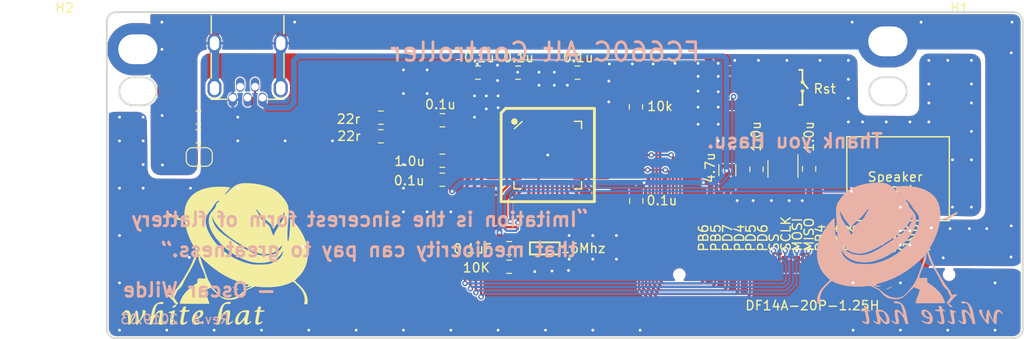
<source format=kicad_pcb>
(kicad_pcb (version 20171130) (host pcbnew "(5.0.1-3-g963ef8bb5)")
  (layers (0 F.Cu signal) (31 B.Cu signal) (34 B.Paste user) (35 F.Paste user) (36 B.SilkS user) (37 F.SilkS user) (38 B.Mask user) (39 F.Mask user) (44 Edge.Cuts user))
  (net 0 "")
  (net 1 GND)
  (net 2 VCC)
  (net 3 /FG)
  (net 4 "Net-(C8-Pad1)")
  (net 5 "Net-(C9-Pad1)")
  (net 6 /V33)
  (net 7 /PB6)
  (net 8 /PB5)
  (net 9 /PD7)
  (net 10 /PD4)
  (net 11 /PD5)
  (net 12 /PD6)
  (net 13 /PB0)
  (net 14 /PB1)
  (net 15 /MOSI)
  (net 16 /MISO)
  (net 17 /PB4)
  (net 18 /PD1)
  (net 19 /PD0)
  (net 20 /PC6)
  (net 21 /PC7)
  (net 22 "Net-(LS1-Pad1)")
  (net 23 "Net-(R4-Pad2)")
  (net 24 "Net-(R5-Pad1)")
  (net 25 "Net-(U1-Pad17)")
  (net 26 "Net-(U1-Pad16)")
  (net 27 /D+)
  (net 28 /D-)
  (net 29 /D1-)
  (net 30 /D1+)
  (module mod:whiteHat (layer B.Cu) (at 233.98 95.83 180)
    (fp_text reference G*** hide)
    (fp_text value LOGO hide)
  )
  (module DF14:HRS_DF14_20P (layer F.Cu) (at 236.3 97.08 180)
    (fp_text reference J2 hide)
    (fp_text value Conn_01x20_MountingPin hide)
    (pad "" np_thru_hole circle (at -2.6 -1.1 180) (size 1.1 1.1) (drill 1.1) (layers *.Cu *.Mask))
    (pad "" smd rect (at 27.15 -5.1 180) (size 4 2.6) (layers F.Cu F.Paste F.Mask))
    (pad "" smd rect (at -3.4 -5.1 180) (size 4 2.6) (layers F.Cu F.Paste F.Mask))
    (pad 20 smd rect (at 0 0 180) (size 0.7 1.8) (layers F.Cu F.Paste F.Mask) (net 3 /FG))
    (pad 19 smd rect (at 1.25 0 180) (size 0.7 1.8) (layers F.Cu F.Paste F.Mask) (net 1 GND))
    (pad 18 smd rect (at 2.5 0 180) (size 0.7 1.8) (layers F.Cu F.Paste F.Mask) (net 1 GND))
    (pad 17 smd rect (at 3.75 0 180) (size 0.7 1.8) (layers F.Cu F.Paste F.Mask) (net 6 /V33))
    (pad 16 smd rect (at 5 0 180) (size 0.7 1.8) (layers F.Cu F.Paste F.Mask) (net 2 VCC))
    (pad 15 smd rect (at 6.25 0 180) (size 0.7 1.8) (layers F.Cu F.Paste F.Mask) (net 21 /PC7))
    (pad 14 smd rect (at 7.5 0 180) (size 0.7 1.8) (layers F.Cu F.Paste F.Mask) (net 20 /PC6))
    (pad 13 smd rect (at 8.75 0 180) (size 0.7 1.8) (layers F.Cu F.Paste F.Mask) (net 19 /PD0))
    (pad 12 smd rect (at 10 0 180) (size 0.7 1.8) (layers F.Cu F.Paste F.Mask) (net 18 /PD1))
    (pad 11 smd rect (at 11.25 0 180) (size 0.7 1.8) (layers F.Cu F.Paste F.Mask) (net 17 /PB4))
    (pad 10 smd rect (at 12.5 0 180) (size 0.7 1.8) (layers F.Cu F.Paste F.Mask) (net 16 /MISO))
    (pad 9 smd rect (at 13.75 0 180) (size 0.7 1.8) (layers F.Cu F.Paste F.Mask) (net 15 /MOSI))
    (pad 8 smd rect (at 15 0 180) (size 0.7 1.8) (layers F.Cu F.Paste F.Mask) (net 14 /PB1))
    (pad 7 smd rect (at 16.25 0 180) (size 0.7 1.8) (layers F.Cu F.Paste F.Mask) (net 13 /PB0))
    (pad 6 smd rect (at 17.5 0 180) (size 0.7 1.8) (layers F.Cu F.Paste F.Mask) (net 12 /PD6))
    (pad 5 smd rect (at 18.75 0 180) (size 0.7 1.8) (layers F.Cu F.Paste F.Mask) (net 11 /PD5))
    (pad 4 smd rect (at 20 0 180) (size 0.7 1.8) (layers F.Cu F.Paste F.Mask) (net 10 /PD4))
    (pad 3 smd rect (at 21.25 0 180) (size 0.7 1.8) (layers F.Cu F.Paste F.Mask) (net 9 /PD7))
    (pad 2 smd rect (at 22.5 0 180) (size 0.7 1.8) (layers F.Cu F.Paste F.Mask) (net 8 /PB5))
    (pad 1 smd rect (at 23.75 0 180) (size 0.7 1.8) (layers F.Cu F.Paste F.Mask) (net 7 /PB6))
    (pad "" np_thru_hole circle (at 26.35 -1.1 180) (size 1.1 1.1) (drill 1.1) (layers *.Cu *.Mask))
  )
  (module Capacitor_SMD:C_0805_2012Metric_Pad1.15x1.40mm_HandSolder (layer F.Cu) (at 191.68 95.34)
    (fp_text reference C1 hide)
    (fp_text value 1uF)
    (pad 2 smd roundrect (at 1.025 0) (size 1.15 1.4) (layers F.Cu F.Paste F.Mask) (roundrect_rratio 0.217391) (net 1 GND))
    (pad 1 smd roundrect (at -1.025 0) (size 1.15 1.4) (layers F.Cu F.Paste F.Mask) (roundrect_rratio 0.217391) (net 2 VCC))
  )
  (module Capacitor_SMD:C_0805_2012Metric_Pad1.15x1.40mm_HandSolder (layer F.Cu) (at 184.53 81.61 180)
    (fp_text reference C2 hide)
    (fp_text value 100nF)
    (pad 1 smd roundrect (at -1.025 0 180) (size 1.15 1.4) (layers F.Cu F.Paste F.Mask) (roundrect_rratio 0.217391) (net 2 VCC))
    (pad 2 smd roundrect (at 1.025 0 180) (size 1.15 1.4) (layers F.Cu F.Paste F.Mask) (roundrect_rratio 0.217391) (net 1 GND))
  )
  (module Capacitor_SMD:C_0805_2012Metric_Pad1.15x1.40mm_HandSolder (layer F.Cu) (at 205.33 90.27 270)
    (fp_text reference C3 hide)
    (fp_text value 100nF)
    (pad 2 smd roundrect (at 1.025 0 270) (size 1.15 1.4) (layers F.Cu F.Paste F.Mask) (roundrect_rratio 0.217391) (net 1 GND))
    (pad 1 smd roundrect (at -1.025 0 270) (size 1.15 1.4) (layers F.Cu F.Paste F.Mask) (roundrect_rratio 0.217391) (net 2 VCC))
  )
  (module Capacitor_SMD:C_0805_2012Metric_Pad1.15x1.40mm_HandSolder (layer F.Cu) (at 199.03 76.5 180)
    (fp_text reference C4 hide)
    (fp_text value 100nF)
    (pad 1 smd roundrect (at -1.025 0 180) (size 1.15 1.4) (layers F.Cu F.Paste F.Mask) (roundrect_rratio 0.217391) (net 2 VCC))
    (pad 2 smd roundrect (at 1.025 0 180) (size 1.15 1.4) (layers F.Cu F.Paste F.Mask) (roundrect_rratio 0.217391) (net 1 GND))
  )
  (module Capacitor_SMD:C_0805_2012Metric_Pad1.15x1.40mm_HandSolder (layer F.Cu) (at 158.33 83.32 180)
    (fp_text reference C5 hide)
    (fp_text value 1uF hide)
    (pad 1 smd roundrect (at -1.025 0 180) (size 1.15 1.4) (layers F.Cu F.Paste F.Mask) (roundrect_rratio 0.217391) (net 1 GND))
    (pad 2 smd roundrect (at 1.025 0 180) (size 1.15 1.4) (layers F.Cu F.Paste F.Mask) (roundrect_rratio 0.217391) (net 3 /FG))
  )
  (module Capacitor_SMD:C_0805_2012Metric_Pad1.15x1.40mm_HandSolder (layer F.Cu) (at 184.51 87.99 180)
    (fp_text reference C6 hide)
    (fp_text value 100nF)
    (pad 2 smd roundrect (at 1.025 0 180) (size 1.15 1.4) (layers F.Cu F.Paste F.Mask) (roundrect_rratio 0.217391) (net 1 GND))
    (pad 1 smd roundrect (at -1.025 0 180) (size 1.15 1.4) (layers F.Cu F.Paste F.Mask) (roundrect_rratio 0.217391) (net 2 VCC))
  )
  (module Capacitor_SMD:C_0805_2012Metric_Pad1.15x1.40mm_HandSolder (layer F.Cu) (at 188.33 76.5)
    (fp_text reference C7 hide)
    (fp_text value 100nF)
    (pad 1 smd roundrect (at -1.025 0) (size 1.15 1.4) (layers F.Cu F.Paste F.Mask) (roundrect_rratio 0.217391) (net 2 VCC))
    (pad 2 smd roundrect (at 1.025 0) (size 1.15 1.4) (layers F.Cu F.Paste F.Mask) (roundrect_rratio 0.217391) (net 1 GND))
  )
  (module Capacitor_SMD:C_0805_2012Metric_Pad1.15x1.40mm_HandSolder (layer F.Cu) (at 192.63 76.5 180)
    (fp_text reference C8 hide)
    (fp_text value 100nF)
    (pad 2 smd roundrect (at 1.025 0 180) (size 1.15 1.4) (layers F.Cu F.Paste F.Mask) (roundrect_rratio 0.217391) (net 1 GND))
    (pad 1 smd roundrect (at -1.025 0 180) (size 1.15 1.4) (layers F.Cu F.Paste F.Mask) (roundrect_rratio 0.217391) (net 4 "Net-(C8-Pad1)"))
  )
  (module Capacitor_SMD:C_0805_2012Metric_Pad1.15x1.40mm_HandSolder (layer F.Cu) (at 184.52 85.95 180)
    (fp_text reference C9 hide)
    (fp_text value 1uF)
    (pad 1 smd roundrect (at -1.025 0 180) (size 1.15 1.4) (layers F.Cu F.Paste F.Mask) (roundrect_rratio 0.217391) (net 5 "Net-(C9-Pad1)"))
    (pad 2 smd roundrect (at 1.025 0 180) (size 1.15 1.4) (layers F.Cu F.Paste F.Mask) (roundrect_rratio 0.217391) (net 1 GND))
  )
  (module Capacitor_SMD:C_1206_3216Metric_Pad1.42x1.75mm_HandSolder (layer F.Cu) (at 215.1 86.97 90)
    (fp_text reference C10 hide)
    (fp_text value 4.7uF)
    (pad 1 smd roundrect (at -1.4875 0 90) (size 1.425 1.75) (layers F.Cu F.Paste F.Mask) (roundrect_rratio 0.175439) (net 2 VCC))
    (pad 2 smd roundrect (at 1.4875 0 90) (size 1.425 1.75) (layers F.Cu F.Paste F.Mask) (roundrect_rratio 0.175439) (net 1 GND))
  )
  (module Capacitor_SMD:C_0805_2012Metric_Pad1.15x1.40mm_HandSolder (layer F.Cu) (at 218.23 86.88 270)
    (fp_text reference C11 hide)
    (fp_text value 1uF)
    (pad 1 smd roundrect (at -1.025 0 270) (size 1.15 1.4) (layers F.Cu F.Paste F.Mask) (roundrect_rratio 0.217391) (net 2 VCC))
    (pad 2 smd roundrect (at 1.025 0 270) (size 1.15 1.4) (layers F.Cu F.Paste F.Mask) (roundrect_rratio 0.217391) (net 1 GND))
  )
  (module Capacitor_SMD:C_0805_2012Metric_Pad1.15x1.40mm_HandSolder (layer F.Cu) (at 223.88 86.82 90)
    (fp_text reference C12 hide)
    (fp_text value 1uF)
    (pad 2 smd roundrect (at 1.025 0 90) (size 1.15 1.4) (layers F.Cu F.Paste F.Mask) (roundrect_rratio 0.217391) (net 1 GND))
    (pad 1 smd roundrect (at -1.025 0 90) (size 1.15 1.4) (layers F.Cu F.Paste F.Mask) (roundrect_rratio 0.217391) (net 6 /V33))
  )
  (module USB_Connectors:USB_MINI-B-marked (layer F.Cu) (at 163.61 74.1 270)
    (fp_text reference J1 hide)
    (fp_text value USB_MINI-B hide)
    (pad 3 thru_hole oval (at 5.09778 0 270) (size 1.5 0.9) (drill 0.79756 (offset 0.2 0)) (layers *.Cu *.Mask F.Paste) (net 27 /D+))
    (pad 2 thru_hole oval (at 3.8989 -0.79756 270) (size 1.5 0.9) (drill 0.79756 (offset -0.2 0)) (layers *.Cu *.Mask F.Paste) (net 28 /D-))
    (pad 5 thru_hole oval (at 5.09778 1.59766 270) (size 1.5 0.9) (drill 0.79756 (offset 0.2 0)) (layers *.Cu *.Mask F.Paste) (net 1 GND))
    (pad 4 thru_hole oval (at 3.8989 0.79756 270) (size 1.5 0.9) (drill 0.79756 (offset -0.2 0)) (layers *.Cu *.Mask F.Paste))
    (pad 6 thru_hole oval (at -0.762 3.556 270) (size 2 1.5) (drill oval 1.5 1) (layers *.Cu *.Mask F.Paste) (net 3 /FG))
    (pad 7 thru_hole oval (at -0.762 -3.556 270) (size 2 1.5) (drill oval 1.5 1) (layers *.Cu *.Mask F.Paste) (net 3 /FG))
    (pad 1 thru_hole oval (at 5.09778 -1.59766 270) (size 1.5 0.9) (drill 0.79756 (offset 0.2 0)) (layers *.Cu *.Mask F.Paste) (net 2 VCC))
    (pad 8 thru_hole oval (at 4.064 -3.556 270) (size 2 1.5) (drill oval 1.5 1) (layers *.Cu *.Mask F.Paste) (net 3 /FG))
    (pad 9 thru_hole oval (at 4.064 3.556 270) (size 2 1.5) (drill oval 1.5 1) (layers *.Cu *.Mask F.Paste) (net 3 /FG))
  )
  (module Jumper:SolderJumper-2_P1.3mm_Open_RoundedPad1.0x1.5mm (layer F.Cu) (at 158.42 85.55)
    (fp_text reference JP1 hide)
    (fp_text value Jumper)
    (pad 1 smd custom (at -0.65 0) (size 1 0.5) (layers F.Cu F.Mask) (net 3 /FG) (options (clearance outline) (anchor rect)) (primitives (gr_circle (center 0 0.25) (end 0.5 0.25) (width 0)) (gr_circle (center 0 -0.25) (end 0.5 -0.25) (width 0)) (gr_poly (pts (xy 0 -0.75) (xy 0.5 -0.75) (xy 0.5 0.75) (xy 0 0.75)) (width 0))))
    (pad 2 smd custom (at 0.65 0) (size 1 0.5) (layers F.Cu F.Mask) (net 1 GND) (options (clearance outline) (anchor rect)) (primitives (gr_circle (center 0 0.25) (end 0.5 0.25) (width 0)) (gr_circle (center 0 -0.25) (end 0.5 -0.25) (width 0)) (gr_poly (pts (xy 0 -0.75) (xy -0.5 -0.75) (xy -0.5 0.75) (xy 0 0.75)) (width 0))))
  )
  (module Speaker:SPK (layer F.Cu) (at 233.426 87.884 90)
    (fp_text reference LS1 hide)
    (fp_text value Speaker)
    (pad 1 smd rect (at 0 -6.75 90) (size 3 2.5) (layers F.Cu F.Paste F.Mask) (net 22 "Net-(LS1-Pad1)"))
    (pad 2 smd rect (at 0 6.75 90) (size 3 2.5) (layers F.Cu F.Paste F.Mask) (net 1 GND))
  )
  (module Switches:SW_Rest (layer F.Cu) (at 218.9 78.16)
    (fp_text reference SW1 hide)
    (fp_text value SW_PUSH)
    (pad 1 smd rect (at -3.2 -1.85) (size 1.2 1) (layers F.Cu F.Paste F.Mask) (net 1 GND))
    (pad 1 smd rect (at 3.2 -1.85) (size 1.2 1) (layers F.Cu F.Paste F.Mask) (net 1 GND))
    (pad 2 smd rect (at -3.2 1.85) (size 1.2 1) (layers F.Cu F.Paste F.Mask) (net 23 "Net-(R4-Pad2)"))
    (pad 2 smd rect (at 3.2 1.85) (size 1.2 1) (layers F.Cu F.Paste F.Mask) (net 23 "Net-(R4-Pad2)"))
  )
  (module 32u4:TQFP44+QFN44 (layer F.Cu) (at 195.83 85.34)
    (fp_text reference U1 hide)
    (fp_text value ATMEGA32U4)
    (fp_line (start -1.6 4.8) (end -1 4.2) (layer F.Cu) (width 0.254))
    (fp_line (start -1 4.2) (end -1 3.4) (layer F.Cu) (width 0.254))
    (fp_line (start -1.6 4.8) (end -1.6 5.7) (layer F.Cu) (width 0.254))
    (fp_line (start -2.4003 -5.715) (end -2.4003 -5.0003) (layer F.Cu) (width 0.254))
    (fp_line (start -2.4003 -5.0003) (end -1.5036 -4.1036) (layer F.Cu) (width 0.254))
    (fp_line (start -1.5036 -3.4019) (end -1.5036 -4.1036) (layer F.Cu) (width 0.254))
    (fp_line (start -1.6002 -5.715) (end -1.6002 -4.8002) (layer F.Cu) (width 0.254))
    (fp_line (start -1.6002 -4.8002) (end -1.0036 -4.2036) (layer F.Cu) (width 0.254))
    (fp_line (start -1.0036 -3.4019) (end -1.0036 -4.2036) (layer F.Cu) (width 0.254))
    (fp_line (start -3.4036 -0.0019) (end -5.7131 -0.0019) (layer F.Cu) (width 0.254))
    (fp_line (start -5.7131 -0.0019) (end -5.715 0) (layer F.Cu) (width 0.254))
    (fp_line (start -5.715 -0.8001) (end -4.6001 -0.8001) (layer F.Cu) (width 0.254))
    (fp_line (start -4.3019 -0.5019) (end -4.6001 -0.8001) (layer F.Cu) (width 0.254))
    (fp_line (start -4.3019 -0.5019) (end -3.4036 -0.5019) (layer F.Cu) (width 0.254))
    (fp_line (start -5.715 -1.6002) (end -4.8002 -1.6002) (layer F.Cu) (width 0.254))
    (fp_line (start -4.8002 -1.6002) (end -4.2019 -1.0019) (layer F.Cu) (width 0.254))
    (fp_line (start -3.4036 -1.0019) (end -4.2019 -1.0019) (layer F.Cu) (width 0.254))
    (fp_line (start -5.715 -2.4003) (end -5.0003 -2.4003) (layer F.Cu) (width 0.254))
    (fp_line (start -5.0003 -2.4003) (end -4.1019 -1.5019) (layer F.Cu) (width 0.254))
    (fp_line (start -3.4036 -1.5019) (end -4.1019 -1.5019) (layer F.Cu) (width 0.254))
    (fp_line (start -5.715 -3.2004) (end -4.8004 -3.2004) (layer F.Cu) (width 0.254))
    (fp_line (start -4.8004 -3.2004) (end -4.4 -2.8) (layer F.Cu) (width 0.254))
    (fp_line (start -3.4036 -2.0019) (end -4.063082 -2.0019) (layer F.Cu) (width 0.254))
    (fp_line (start -4.4 -2.338818) (end -4.4 -2.8) (layer F.Cu) (width 0.254))
    (fp_line (start -4.063082 -2.0019) (end -4.4 -2.338818) (layer F.Cu) (width 0.254))
    (fp_line (start -5.715 -4.0005) (end -5.0005 -4.0005) (layer F.Cu) (width 0.254))
    (fp_line (start -5.0005 -4.0005) (end -3.5019 -2.5019) (layer F.Cu) (width 0.254))
    (fp_line (start -3.4036 -2.5019) (end -3.5019 -2.5019) (layer F.Cu) (width 0.254))
    (fp_line (start -3.4036 0.4981) (end -4.2981 0.4981) (layer F.Cu) (width 0.254))
    (fp_line (start -4.6001 0.8001) (end -4.2981 0.4981) (layer F.Cu) (width 0.254))
    (fp_line (start -4.6001 0.8001) (end -5.715 0.8001) (layer F.Cu) (width 0.254))
    (fp_line (start -5.715 1.6002) (end -4.8002 1.6002) (layer F.Cu) (width 0.254))
    (fp_line (start -4.8002 1.6002) (end -4.1981 0.9981) (layer F.Cu) (width 0.254))
    (fp_line (start -3.4036 0.9981) (end -4.1981 0.9981) (layer F.Cu) (width 0.254))
    (fp_line (start -5.715 2.4003) (end -5.0003 2.4003) (layer F.Cu) (width 0.254))
    (fp_line (start -5.0003 2.4003) (end -4.0981 1.4981) (layer F.Cu) (width 0.254))
    (fp_line (start -3.4036 1.4981) (end -4.0981 1.4981) (layer F.Cu) (width 0.254))
    (fp_line (start -5.715 3.2004) (end -4.8004 3.2004) (layer F.Cu) (width 0.254))
    (fp_line (start -4.8004 3.2004) (end -4.4 2.8) (layer F.Cu) (width 0.254))
    (fp_line (start -4.4 2.4) (end -4.4 2.8) (layer F.Cu) (width 0.254))
    (fp_line (start -3.9981 1.9981) (end -4.4 2.4) (layer F.Cu) (width 0.254))
    (fp_line (start -3.4036 1.9981) (end -3.9981 1.9981) (layer F.Cu) (width 0.254))
    (fp_line (start -5.715 4.0005) (end -5.0005 4.0005) (layer F.Cu) (width 0.254))
    (fp_line (start -5.0005 4.0005) (end -3.4981 2.4981) (layer F.Cu) (width 0.254))
    (fp_line (start -3.4036 2.4981) (end -3.4981 2.4981) (layer F.Cu) (width 0.254))
    (fp_line (start 3.3964 -0.0019) (end 5.7131 -0.0019) (layer F.Cu) (width 0.254))
    (fp_line (start 5.7131 -0.0019) (end 5.715 0) (layer F.Cu) (width 0.254))
    (fp_line (start 3.3964 -0.5019) (end 4.3019 -0.5019) (layer F.Cu) (width 0.254))
    (fp_line (start 4.3019 -0.5019) (end 4.6001 -0.8001) (layer F.Cu) (width 0.254))
    (fp_line (start 5.715 -0.8001) (end 4.6001 -0.8001) (layer F.Cu) (width 0.254))
    (fp_line (start 5.715 -1.6002) (end 4.8002 -1.6002) (layer F.Cu) (width 0.254))
    (fp_line (start 4.8002 -1.6002) (end 4.2019 -1.0019) (layer F.Cu) (width 0.254))
    (fp_line (start 3.3964 -1.0019) (end 4.2019 -1.0019) (layer F.Cu) (width 0.254))
    (fp_line (start 5.715 -2.4003) (end 5.0003 -2.4003) (layer F.Cu) (width 0.254))
    (fp_line (start 5.0003 -2.4003) (end 4.1019 -1.5019) (layer F.Cu) (width 0.254))
    (fp_line (start 3.3964 -1.5019) (end 4.1019 -1.5019) (layer F.Cu) (width 0.254))
    (fp_line (start 4.4 -2.4) (end 4.4 -2.8) (layer F.Cu) (width 0.254))
    (fp_line (start 4.0019 -2.0019) (end 4.4 -2.4) (layer F.Cu) (width 0.254))
    (fp_line (start 4.4 -2.8) (end 4.8004 -3.2004) (layer F.Cu) (width 0.254))
    (fp_line (start 4.8004 -3.2004) (end 5.715 -3.2004) (layer F.Cu) (width 0.254))
    (fp_line (start 3.3964 -2.0019) (end 4.0019 -2.0019) (layer F.Cu) (width 0.254))
    (fp_line (start 5.715 -4.0005) (end 5.0005 -4.0005) (layer F.Cu) (width 0.254))
    (fp_line (start 5.0005 -4.0005) (end 3.5019 -2.5019) (layer F.Cu) (width 0.254))
    (fp_line (start 3.3964 -2.5019) (end 3.5019 -2.5019) (layer F.Cu) (width 0.254))
    (fp_line (start 3.3964 0.4981) (end 4.2981 0.4981) (layer F.Cu) (width 0.254))
    (fp_line (start 4.2981 0.4981) (end 4.6001 0.8001) (layer F.Cu) (width 0.254))
    (fp_line (start 5.715 0.8001) (end 4.6001 0.8001) (layer F.Cu) (width 0.254))
    (fp_line (start 5.715 1.6002) (end 4.8002 1.6002) (layer F.Cu) (width 0.254))
    (fp_line (start 4.8002 1.6002) (end 4.1981 0.9981) (layer F.Cu) (width 0.254))
    (fp_line (start 3.3964 0.9981) (end 4.1981 0.9981) (layer F.Cu) (width 0.254))
    (fp_line (start 5.715 2.4003) (end 5.0003 2.4003) (layer F.Cu) (width 0.254))
    (fp_line (start 5.0003 2.4003) (end 4.0981 1.4981) (layer F.Cu) (width 0.254))
    (fp_line (start 3.3964 1.4981) (end 4.0981 1.4981) (layer F.Cu) (width 0.254))
    (fp_line (start 5.715 3.2004) (end 4.8004 3.2004) (layer F.Cu) (width 0.254))
    (fp_line (start 4.8004 3.2004) (end 4.4 2.8) (layer F.Cu) (width 0.254))
    (fp_line (start 4.4 2.4) (end 3.9981 1.9981) (layer F.Cu) (width 0.254))
    (fp_line (start 4.4 2.4) (end 4.4 2.8) (layer F.Cu) (width 0.254))
    (fp_line (start 3.3964 1.9981) (end 3.9981 1.9981) (layer F.Cu) (width 0.254))
    (fp_line (start 5.715 4.0005) (end 5.0005 4.0005) (layer F.Cu) (width 0.254))
    (fp_line (start 5.0005 4.0005) (end 3.4981 2.4981) (layer F.Cu) (width 0.254))
    (fp_line (start 3.3964 2.4981) (end 3.4981 2.4981) (layer F.Cu) (width 0.254))
    (fp_line (start -0.0036 -3.4019) (end 0 -3.4055) (layer F.Cu) (width 0.254))
    (fp_line (start 0 -3.4055) (end 0 -5.715) (layer F.Cu) (width 0.254))
    (fp_line (start -0.0036 3.3981) (end -0.0036 5.7114) (layer F.Cu) (width 0.254))
    (fp_line (start -0.0036 5.7114) (end 0 5.715) (layer F.Cu) (width 0.254))
    (fp_line (start 0.8001 -5.715) (end 0.8001 -4.6001) (layer F.Cu) (width 0.254))
    (fp_line (start 0.4964 -4.2964) (end 0.8001 -4.6001) (layer F.Cu) (width 0.254))
    (fp_line (start 0.4964 -4.2964) (end 0.4964 -3.4019) (layer F.Cu) (width 0.254))
    (fp_line (start 0.8001 -5.715) (end 0.8001 -5.0001) (layer F.Cu) (width 0.254))
    (fp_line (start 0.75 -5.6649) (end 0.8001 -5.715) (layer F.Cu) (width 0.254))
    (fp_line (start 0.8001 5.715) (end 0.8001 4.6001) (layer F.Cu) (width 0.254))
    (fp_line (start 0.4964 4.2964) (end 0.8001 4.6001) (layer F.Cu) (width 0.254))
    (fp_line (start 0.4964 4.2964) (end 0.4964 3.3981) (layer F.Cu) (width 0.254))
    (fp_line (start 1.6002 5.715) (end 1.6002 4.8002) (layer F.Cu) (width 0.254))
    (fp_line (start 1.6002 4.8002) (end 0.9964 4.1964) (layer F.Cu) (width 0.254))
    (fp_line (start 0.9964 3.3981) (end 0.9964 4.1964) (layer F.Cu) (width 0.254))
    (fp_line (start 1.6002 -5.715) (end 1.6002 -4.8002) (layer F.Cu) (width 0.254))
    (fp_line (start 1.6002 -4.8002) (end 0.999276 -4.199276) (layer F.Cu) (width 0.254))
    (fp_line (start 0.9964 -3.4019) (end 0.999276 -4.199276) (layer F.Cu) (width 0.254))
    (fp_line (start 2.4 -5.7147) (end 2.4 -5) (layer F.Cu) (width 0.254))
    (fp_line (start 1.4964 -4.0964) (end 2.4 -5) (layer F.Cu) (width 0.254))
    (fp_line (start 1.4964 -4.0964) (end 1.4964 -3.4019) (layer F.Cu) (width 0.254))
    (fp_line (start 2.4 -5.7147) (end 2.4003 -5.715) (layer F.Cu) (width 0.254))
    (fp_line (start 2.4003 5.715) (end 2.4003 5.0003) (layer F.Cu) (width 0.254))
    (fp_line (start 2.4003 5.0003) (end 1.4964 4.0964) (layer F.Cu) (width 0.254))
    (fp_line (start 2.4003 5.0003) (end 1.4964 4.0964) (layer F.Cu) (width 0.254))
    (fp_line (start 1.4964 3.3981) (end 1.4964 4.0964) (layer F.Cu) (width 0.254))
    (fp_line (start 3.2004 5.715) (end 3.2004 4.8004) (layer F.Cu) (width 0.254))
    (fp_line (start 3.2004 4.8004) (end 2.8 4.4) (layer F.Cu) (width 0.254))
    (fp_line (start 1.9964 3.3981) (end 1.9964 3.9964) (layer F.Cu) (width 0.254))
    (fp_line (start 1.9964 3.9964) (end 2.4 4.4) (layer F.Cu) (width 0.254))
    (fp_line (start 2.4 4.4) (end 2.8 4.4) (layer F.Cu) (width 0.254))
    (fp_line (start 2.4 -4.4) (end 2.8 -4.4) (layer F.Cu) (width 0.254))
    (fp_line (start 1.9964 -3.9964) (end 2.4 -4.4) (layer F.Cu) (width 0.254))
    (fp_line (start 2.8 -4.4) (end 3.2 -4.8) (layer F.Cu) (width 0.254))
    (fp_line (start 3.2 -4.8) (end 3.2004 -5.715) (layer F.Cu) (width 0.254))
    (fp_line (start 1.9964 -3.4019) (end 1.9964 -3.9964) (layer F.Cu) (width 0.254))
    (fp_line (start 4.0005 -5.715) (end 4.0005 -5.0005) (layer F.Cu) (width 0.254))
    (fp_line (start 4.0005 -5.0005) (end 2.4964 -3.4964) (layer F.Cu) (width 0.254))
    (fp_line (start 2.4964 -3.4019) (end 2.4964 -3.4964) (layer F.Cu) (width 0.254))
    (fp_line (start 4.0005 5.715) (end 4.0005 5.0005) (layer F.Cu) (width 0.254))
    (fp_line (start 4.0005 5.0005) (end 2.4964 3.4964) (layer F.Cu) (width 0.254))
    (fp_line (start 2.4964 3.3981) (end 2.4964 3.4964) (layer F.Cu) (width 0.254))
    (fp_line (start -0.8001 4.6) (end -0.8 4.6) (layer F.Cu) (width 0.254))
    (fp_line (start -0.5036 3.3981) (end -0.5036 4.3036) (layer F.Cu) (width 0.254))
    (fp_line (start -0.8001 4.6) (end -0.8001 5.7149) (layer F.Cu) (width 0.254))
    (fp_line (start -0.8 4.6) (end -0.5036 4.3036) (layer F.Cu) (width 0.254))
    (fp_line (start -0.5036 -4.3036) (end -0.5036 -3.4019) (layer F.Cu) (width 0.254))
    (fp_line (start -0.5036 -4.3036) (end -0.8001 -4.6001) (layer F.Cu) (width 0.254))
    (fp_line (start -0.8001 -5.715) (end -0.8001 -4.6001) (layer F.Cu) (width 0.254))
    (fp_line (start -0.8001 -5.715) (end -0.8001 -5.0001) (layer F.Cu) (width 0.254))
    (fp_line (start -2.4003 5.715) (end -2.4003 5.0003) (layer F.Cu) (width 0.254))
    (fp_line (start -2.4003 5.0003) (end -1.5036 4.1036) (layer F.Cu) (width 0.254))
    (fp_line (start -1.5036 3.3981) (end -1.5036 4.1036) (layer F.Cu) (width 0.254))
    (fp_line (start -2.0036 -3.4019) (end -2.0036 -4.0036) (layer F.Cu) (width 0.254))
    (fp_line (start -2.0036 -4.0036) (end -2.4 -4.4) (layer F.Cu) (width 0.254))
    (fp_line (start -2.4 -4.4) (end -2.8 -4.4) (layer F.Cu) (width 0.254))
    (fp_line (start -2.8 -4.4) (end -3.2 -4.8) (layer F.Cu) (width 0.254))
    (fp_line (start -3.2 -4.8) (end -3.2004 -5.715) (layer F.Cu) (width 0.254))
    (fp_line (start -3.2004 5.715) (end -3.2004 4.8004) (layer F.Cu) (width 0.254))
    (fp_line (start -3.2004 4.8004) (end -2.830591 4.430591) (layer F.Cu) (width 0.254))
    (fp_line (start -2.369409 4.430591) (end -2.830591 4.430591) (layer F.Cu) (width 0.254))
    (fp_line (start -2.0036 4.064782) (end -2.369409 4.430591) (layer F.Cu) (width 0.254))
    (fp_line (start -2.0036 3.3981) (end -2.0036 4.064782) (layer F.Cu) (width 0.254))
    (fp_line (start -4.0005 5.715) (end -4.0005 5.0005) (layer F.Cu) (width 0.254))
    (fp_line (start -4.0005 5.0005) (end -2.5036 3.5036) (layer F.Cu) (width 0.254))
    (fp_line (start -2.5036 3.3981) (end -2.5036 3.5036) (layer F.Cu) (width 0.254))
    (fp_line (start -4.0005 -5.715) (end -4.0005 -5.0005) (layer F.Cu) (width 0.254))
    (fp_line (start -4.0005 -5.0005) (end -2.5036 -3.5036) (layer F.Cu) (width 0.254))
    (fp_line (start -2.5036 -3.4019) (end -2.5036 -3.5036) (layer F.Cu) (width 0.254))
    (pad 39 smd oval (at 0 -5.715) (size 0.4064 1.89992) (layers F.Cu F.Paste F.Mask))
    (pad 40 smd oval (at -0.8001 -5.715) (size 0.4064 1.89992) (layers F.Cu F.Paste F.Mask))
    (pad 41 smd oval (at -1.6002 -5.715) (size 0.4064 1.89992) (layers F.Cu F.Paste F.Mask))
    (pad 42 smd oval (at -2.4003 -5.715) (size 0.4064 1.89992) (layers F.Cu F.Paste F.Mask) (net 4 "Net-(C8-Pad1)"))
    (pad 43 smd oval (at -3.2004 -5.715) (size 0.4064 1.89992) (layers F.Cu F.Paste F.Mask) (net 1 GND))
    (pad 44 smd oval (at -4.0005 -5.715) (size 0.4064 1.89992) (layers F.Cu F.Paste F.Mask) (net 2 VCC))
    (pad 38 smd oval (at 0.8001 -5.715) (size 0.4064 1.89992) (layers F.Cu F.Paste F.Mask))
    (pad 37 smd oval (at 1.6002 -5.715) (size 0.4064 1.89992) (layers F.Cu F.Paste F.Mask))
    (pad 36 smd oval (at 2.4003 -5.715) (size 0.4064 1.89992) (layers F.Cu F.Paste F.Mask))
    (pad 35 smd oval (at 3.2004 -5.715) (size 0.4064 1.89992) (layers F.Cu F.Paste F.Mask) (net 1 GND))
    (pad 34 smd oval (at 4.0005 -5.715) (size 0.4064 1.89992) (layers F.Cu F.Paste F.Mask) (net 2 VCC))
    (pad 17 smd oval (at 0 5.715) (size 0.4064 1.89992) (layers F.Cu F.Paste F.Mask) (net 25 "Net-(U1-Pad17)"))
    (pad 16 smd oval (at -0.8001 5.715) (size 0.4064 1.89992) (layers F.Cu F.Paste F.Mask) (net 26 "Net-(U1-Pad16)"))
    (pad 15 smd oval (at -1.6002 5.715) (size 0.4064 1.89992) (layers F.Cu F.Paste F.Mask) (net 1 GND))
    (pad 14 smd oval (at -2.4003 5.715) (size 0.4064 1.89992) (layers F.Cu F.Paste F.Mask) (net 2 VCC))
    (pad 13 smd oval (at -3.2004 5.715) (size 0.4064 1.89992) (layers F.Cu F.Paste F.Mask) (net 23 "Net-(R4-Pad2)"))
    (pad 12 smd oval (at -4.0005 5.715) (size 0.4064 1.89992) (layers F.Cu F.Paste F.Mask) (net 22 "Net-(LS1-Pad1)"))
    (pad 18 smd oval (at 0.8001 5.715) (size 0.4064 1.89992) (layers F.Cu F.Paste F.Mask) (net 19 /PD0))
    (pad 19 smd oval (at 1.6002 5.715) (size 0.4064 1.89992) (layers F.Cu F.Paste F.Mask) (net 18 /PD1))
    (pad 20 smd oval (at 2.4003 5.715) (size 0.4064 1.89992) (layers F.Cu F.Paste F.Mask))
    (pad 21 smd oval (at 3.2004 5.715) (size 0.4064 1.89992) (layers F.Cu F.Paste F.Mask))
    (pad 22 smd oval (at 4.0005 5.715) (size 0.4064 1.89992) (layers F.Cu F.Paste F.Mask) (net 11 /PD5))
    (pad 6 smd oval (at -5.715 0) (size 1.89992 0.4064) (layers F.Cu F.Paste F.Mask) (net 5 "Net-(C9-Pad1)"))
    (pad 28 smd oval (at 5.715 0) (size 1.89992 0.4064) (layers F.Cu F.Paste F.Mask) (net 17 /PB4))
    (pad 7 smd oval (at -5.715 0.8001) (size 1.89992 0.4064) (layers F.Cu F.Paste F.Mask) (net 2 VCC))
    (pad 27 smd oval (at 5.715 0.8001) (size 1.89992 0.4064) (layers F.Cu F.Paste F.Mask) (net 9 /PD7))
    (pad 26 smd oval (at 5.715 1.6002) (size 1.89992 0.4064) (layers F.Cu F.Paste F.Mask) (net 12 /PD6))
    (pad 8 smd oval (at -5.715 1.6002) (size 1.89992 0.4064) (layers F.Cu F.Paste F.Mask) (net 13 /PB0))
    (pad 9 smd oval (at -5.715 2.4003) (size 1.89992 0.4064) (layers F.Cu F.Paste F.Mask) (net 14 /PB1))
    (pad 25 smd oval (at 5.715 2.4003) (size 1.89992 0.4064) (layers F.Cu F.Paste F.Mask) (net 10 /PD4))
    (pad 24 smd oval (at 5.715 3.2004) (size 1.89992 0.4064) (layers F.Cu F.Paste F.Mask) (net 2 VCC))
    (pad 10 smd oval (at -5.715 3.2004) (size 1.89992 0.4064) (layers F.Cu F.Paste F.Mask) (net 15 /MOSI))
    (pad 11 smd oval (at -5.715 4.0005) (size 1.89992 0.4064) (layers F.Cu F.Paste F.Mask) (net 16 /MISO))
    (pad 23 smd oval (at 5.715 4.0005) (size 1.89992 0.4064) (layers F.Cu F.Paste F.Mask) (net 1 GND))
    (pad 29 smd oval (at 5.715 -0.8001) (size 1.89992 0.4064) (layers F.Cu F.Paste F.Mask) (net 8 /PB5))
    (pad 5 smd oval (at -5.715 -0.8001) (size 1.89992 0.4064) (layers F.Cu F.Paste F.Mask) (net 1 GND))
    (pad 4 smd oval (at -5.715 -1.6002) (size 1.89992 0.4064) (layers F.Cu F.Paste F.Mask) (net 30 /D1+))
    (pad 30 smd oval (at 5.715 -1.6002) (size 1.89992 0.4064) (layers F.Cu F.Paste F.Mask) (net 7 /PB6))
    (pad 31 smd oval (at 5.715 -2.4003) (size 1.89992 0.4064) (layers F.Cu F.Paste F.Mask) (net 20 /PC6))
    (pad 3 smd oval (at -5.715 -2.4003) (size 1.89992 0.4064) (layers F.Cu F.Paste F.Mask) (net 29 /D1-))
    (pad 2 smd oval (at -5.715 -3.2004) (size 1.89992 0.4064) (layers F.Cu F.Paste F.Mask) (net 2 VCC))
    (pad 32 smd oval (at 5.715 -3.2004) (size 1.89992 0.4064) (layers F.Cu F.Paste F.Mask) (net 21 /PC7))
    (pad 33 smd oval (at 5.715 -4.0005) (size 1.89992 0.4064) (layers F.Cu F.Paste F.Mask) (net 24 "Net-(R5-Pad1)"))
    (pad 1 smd oval (at -5.715 -4.0005) (size 1.89992 0.4064) (layers F.Cu F.Paste F.Mask))
    (pad "" smd oval (at 2.4981 -3.4036 90) (size 1.25 0.28) (layers F.Cu F.Paste F.Mask))
    (pad "" smd oval (at -2.5019 3.3964 90) (size 1.25 0.28) (layers F.Cu F.Paste F.Mask))
    (pad "" smd oval (at 3.3981 2.4964) (size 1.212 0.28) (layers F.Cu F.Paste F.Mask))
    (pad "" smd oval (at -3.4019 -2.5036) (size 1.212 0.28) (layers F.Cu F.Paste F.Mask))
    (pad "" smd oval (at -3.4019 -2.0036) (size 1.212 0.28) (layers F.Cu F.Paste F.Mask))
    (pad "" smd oval (at -3.4019 -1.5036) (size 1.212 0.28) (layers F.Cu F.Paste F.Mask))
    (pad "" smd oval (at -3.4019 -1.0036) (size 1.212 0.28) (layers F.Cu F.Paste F.Mask))
    (pad "" smd oval (at -3.4019 -0.5036) (size 1.212 0.28) (layers F.Cu F.Paste F.Mask))
    (pad "" smd oval (at -3.4019 -0.0036) (size 1.212 0.28) (layers F.Cu F.Paste F.Mask))
    (pad "" smd oval (at -3.4019 0.4964) (size 1.212 0.28) (layers F.Cu F.Paste F.Mask))
    (pad "" smd oval (at -3.4019 0.9964) (size 1.212 0.28) (layers F.Cu F.Paste F.Mask))
    (pad "" smd oval (at -3.4019 1.4964) (size 1.212 0.28) (layers F.Cu F.Paste F.Mask))
    (pad "" smd oval (at -3.4019 1.9964) (size 1.212 0.28) (layers F.Cu F.Paste F.Mask))
    (pad "" smd oval (at -3.4019 2.4964) (size 1.212 0.28) (layers F.Cu F.Paste F.Mask))
    (pad "" smd oval (at 3.3981 1.9964) (size 1.212 0.28) (layers F.Cu F.Paste F.Mask))
    (pad "" smd oval (at 3.3981 1.4964) (size 1.212 0.28) (layers F.Cu F.Paste F.Mask))
    (pad "" smd oval (at 3.3981 0.9964) (size 1.212 0.28) (layers F.Cu F.Paste F.Mask))
    (pad "" smd oval (at 3.3981 0.4964) (size 1.212 0.28) (layers F.Cu F.Paste F.Mask))
    (pad "" smd oval (at 3.3981 -0.0036) (size 1.212 0.28) (layers F.Cu F.Paste F.Mask))
    (pad "" smd oval (at 3.3981 -0.5036) (size 1.212 0.28) (layers F.Cu F.Paste F.Mask))
    (pad "" smd oval (at 3.3981 -1.0036) (size 1.212 0.28) (layers F.Cu F.Paste F.Mask))
    (pad "" smd oval (at 3.3981 -1.5036) (size 1.212 0.28) (layers F.Cu F.Paste F.Mask))
    (pad "" smd oval (at 3.3981 -2.0036) (size 1.212 0.28) (layers F.Cu F.Paste F.Mask))
    (pad "" smd oval (at 3.3981 -2.5036) (size 1.212 0.28) (layers F.Cu F.Paste F.Mask))
    (pad "" smd oval (at -2.0019 3.3964 90) (size 1.25 0.28) (layers F.Cu F.Paste F.Mask))
    (pad "" smd oval (at -1.5019 3.3964 90) (size 1.25 0.28) (layers F.Cu F.Paste F.Mask))
    (pad "" smd oval (at -1.0019 3.3964 90) (size 1.25 0.28) (layers F.Cu F.Paste F.Mask))
    (pad "" smd oval (at -0.5019 3.3964 90) (size 1.25 0.28) (layers F.Cu F.Paste F.Mask))
    (pad "" smd oval (at -0.0019 3.3964 90) (size 1.25 0.28) (layers F.Cu F.Paste F.Mask))
    (pad "" smd oval (at 0.4981 3.3964 90) (size 1.25 0.28) (layers F.Cu F.Paste F.Mask))
    (pad "" smd oval (at 0.9981 3.3964 90) (size 1.25 0.28) (layers F.Cu F.Paste F.Mask))
    (pad "" smd oval (at 1.4981 3.3964 90) (size 1.25 0.28) (layers F.Cu F.Paste F.Mask))
    (pad "" smd oval (at 1.9981 3.3964 90) (size 1.25 0.28) (layers F.Cu F.Paste F.Mask))
    (pad "" smd oval (at 2.4981 3.3964 90) (size 1.25 0.28) (layers F.Cu F.Paste F.Mask))
    (pad "" smd oval (at 1.9981 -3.4036 90) (size 1.25 0.28) (layers F.Cu F.Paste F.Mask))
    (pad "" smd oval (at 1.4981 -3.4036 90) (size 1.25 0.28) (layers F.Cu F.Paste F.Mask))
    (pad "" smd oval (at 0.9981 -3.4036 90) (size 1.25 0.28) (layers F.Cu F.Paste F.Mask))
    (pad "" smd oval (at 0.4981 -3.4036 90) (size 1.25 0.28) (layers F.Cu F.Paste F.Mask))
    (pad "" smd oval (at -0.0019 -3.4036 90) (size 1.25 0.28) (layers F.Cu F.Paste F.Mask))
    (pad "" smd oval (at -0.5019 -3.4036 90) (size 1.25 0.28) (layers F.Cu F.Paste F.Mask))
    (pad "" smd oval (at -1.0019 -3.4036 90) (size 1.25 0.28) (layers F.Cu F.Paste F.Mask))
    (pad "" smd oval (at -1.5019 -3.4036 90) (size 1.25 0.28) (layers F.Cu F.Paste F.Mask))
    (pad "" smd oval (at -2.0019 -3.4036 90) (size 1.25 0.28) (layers F.Cu F.Paste F.Mask))
    (pad "" smd oval (at -2.5019 -3.4036 90) (size 1.25 0.28) (layers F.Cu F.Paste F.Mask))
    (pad 0 smd rect (at 0 0) (size 5.08 5.08) (layers F.Cu F.Paste F.Mask) (net 1 GND))
  )
  (module Package_TO_SOT_SMD:SOT-23-5 (layer F.Cu) (at 221.07 86.85 270)
    (fp_text reference U2 hide)
    (fp_text value SPX3819M5-L-3-3)
    (pad 1 smd rect (at -1.1 -0.95 270) (size 1.06 0.65) (layers F.Cu F.Paste F.Mask) (net 2 VCC))
    (pad 2 smd rect (at -1.1 0 270) (size 1.06 0.65) (layers F.Cu F.Paste F.Mask) (net 1 GND))
    (pad 3 smd rect (at -1.1 0.95 270) (size 1.06 0.65) (layers F.Cu F.Paste F.Mask) (net 2 VCC))
    (pad 4 smd rect (at 1.1 0.95 270) (size 1.06 0.65) (layers F.Cu F.Paste F.Mask))
    (pad 5 smd rect (at 1.1 -0.95 270) (size 1.06 0.65) (layers F.Cu F.Paste F.Mask) (net 6 /V33))
  )
  (module Resonator:murata-resonator_SMD_CSTCE16M0V53-R0 (layer F.Cu) (at 195.51 95.36)
    (fp_text reference Y1 hide)
    (fp_text value 16M hide)
    (pad 1 smd rect (at -0.95 0) (size 0.6 2) (layers F.Cu F.Paste F.Mask) (net 26 "Net-(U1-Pad16)"))
    (pad 2 smd rect (at 0 0) (size 0.6 2) (layers F.Cu F.Paste F.Mask) (net 1 GND))
    (pad 3 smd rect (at 0.95 0) (size 0.6 2) (layers F.Cu F.Paste F.Mask) (net 25 "Net-(U1-Pad17)"))
  )
  (module Resistor_SMD:R_0805_2012Metric_Pad1.15x1.40mm_HandSolder (layer F.Cu) (at 158.34 81.32 180)
    (fp_text reference R1 hide)
    (fp_text value 0R)
    (pad 2 smd roundrect (at 1.025 0 180) (size 1.15 1.4) (layers F.Cu F.Paste F.Mask) (roundrect_rratio 0.217391) (net 3 /FG))
    (pad 1 smd roundrect (at -1.025 0 180) (size 1.15 1.4) (layers F.Cu F.Paste F.Mask) (roundrect_rratio 0.217391) (net 1 GND))
  )
  (module Resistor_SMD:R_0805_2012Metric_Pad1.15x1.40mm_HandSolder (layer F.Cu) (at 177.905 81.33 180)
    (fp_text reference R2 hide)
    (fp_text value 22R)
    (pad 2 smd roundrect (at 1.025 0 180) (size 1.15 1.4) (layers F.Cu F.Paste F.Mask) (roundrect_rratio 0.217391) (net 28 /D-))
    (pad 1 smd roundrect (at -1.025 0 180) (size 1.15 1.4) (layers F.Cu F.Paste F.Mask) (roundrect_rratio 0.217391) (net 29 /D1-))
  )
  (module Resistor_SMD:R_0805_2012Metric_Pad1.15x1.40mm_HandSolder (layer F.Cu) (at 177.905 83.33 180)
    (fp_text reference R3 hide)
    (fp_text value 22R)
    (pad 1 smd roundrect (at -1.025 0 180) (size 1.15 1.4) (layers F.Cu F.Paste F.Mask) (roundrect_rratio 0.217391) (net 30 /D1+))
    (pad 2 smd roundrect (at 1.025 0 180) (size 1.15 1.4) (layers F.Cu F.Paste F.Mask) (roundrect_rratio 0.217391) (net 27 /D+))
  )
  (module Resistor_SMD:R_0805_2012Metric_Pad1.15x1.40mm_HandSolder (layer F.Cu) (at 191.68 97.33 180)
    (fp_text reference R4 hide)
    (fp_text value 10K)
    (pad 1 smd roundrect (at -1.025 0 180) (size 1.15 1.4) (layers F.Cu F.Paste F.Mask) (roundrect_rratio 0.217391) (net 2 VCC))
    (pad 2 smd roundrect (at 1.025 0 180) (size 1.15 1.4) (layers F.Cu F.Paste F.Mask) (roundrect_rratio 0.217391) (net 23 "Net-(R4-Pad2)"))
  )
  (module Resistor_SMD:R_0805_2012Metric_Pad1.15x1.40mm_HandSolder (layer F.Cu) (at 205.29 80.17 90)
    (fp_text reference R5 hide)
    (fp_text value 10K)
    (pad 1 smd roundrect (at -1.025 0 90) (size 1.15 1.4) (layers F.Cu F.Paste F.Mask) (roundrect_rratio 0.217391) (net 24 "Net-(R5-Pad1)"))
    (pad 2 smd roundrect (at 1.025 0 90) (size 1.15 1.4) (layers F.Cu F.Paste F.Mask) (roundrect_rratio 0.217391) (net 1 GND))
  )
  (module Hole:MountingHole_3.2_long (layer F.Cu) (at 240.02 73.35)
    (fp_text reference H1 (at 0 -3.8) (layer F.SilkS))
    (fp_text value MountingHole_Pad)
    (pad 1 thru_hole oval (at -7.69 -0.21) (size 6.6 5.6) (drill oval 4.2 3.2) (layers *.Cu *.Mask))
  )
  (module Hole:MountingHole_3.2_long (layer F.Cu) (at 143.97 73.35)
    (fp_text reference H2 (at 0 -3.8) (layer F.SilkS))
    (fp_text value MountingHole_Pad)
    (pad 1 thru_hole oval (at 7.86 0.64) (size 6.6 5.6) (drill oval 4.2 3.2) (layers *.Cu *.Mask))
  )
  (module mod:whiteHat (layer F.Cu) (at 160.81 95.89)
    (fp_text reference G*** hide)
    (fp_text value LOGO hide)
  )
  (gr_text "― Oscar Wilde" (at 158.3436 99.822) (layer B.SilkS) (effects (font (size 1.5 1.5) (thickness 0.3)) (justify mirror)))
  (gr_text "that mediocrity can pay to greatness.”" (at 176.6316 95.504) (layer B.SilkS) (effects (font (size 1.5 1.5) (thickness 0.3)) (justify mirror)))
  (gr_text "“Imitation is the sincerest form of flattery" (at 175.6156 92.2528) (layer B.SilkS) (effects (font (size 1.5 1.5) (thickness 0.3)) (justify mirror)))
  (gr_text "Rev.A  2019.03" (at 155.8036 102.9716) (layer B.SilkS) (effects (font (size 1 1)) (justify mirror)))
  (gr_text FG (at 236.3724 94.7928 90) (layer F.SilkS) (effects (font (size 1 1))))
  (gr_text GND (at 235.1532 94.1832 90) (layer F.SilkS) (effects (font (size 1 1))))
  (gr_text GND (at 233.9848 94.1832 90) (layer F.SilkS) (effects (font (size 1 1))))
  (gr_text 3.3V (at 232.664 94.234 90) (layer F.SilkS) (effects (font (size 1 1))))
  (gr_text 5V (at 231.394 94.234 90) (layer F.SilkS) (effects (font (size 1 1))))
  (gr_text PC7 (at 230.0732 94.234 90) (layer F.SilkS) (effects (font (size 1 1))))
  (gr_text PC6 (at 228.8032 94.234 90) (layer F.SilkS) (effects (font (size 1 1))))
  (gr_text PD0 (at 227.6348 94.234 90) (layer F.SilkS) (effects (font (size 1 1))))
  (gr_text PD1 (at 226.3648 94.234 90) (layer F.SilkS) (effects (font (size 1 1))))
  (gr_text PB4 (at 225.0948 94.234 90) (layer F.SilkS) (effects (font (size 1 1))))
  (gr_text MISO (at 223.8756 93.8784 90) (layer F.SilkS) (effects (font (size 1 1))))
  (gr_text MOSI (at 222.6056 93.8784 90) (layer F.SilkS) (effects (font (size 1 1))))
  (gr_text SCLK (at 221.3864 93.7768 90) (layer F.SilkS) (effects (font (size 1 1))))
  (gr_text SS (at 220.1164 94.6912 90) (layer F.SilkS) (effects (font (size 1 1))))
  (gr_text PD6 (at 218.8972 94.234 90) (layer F.SilkS) (effects (font (size 1 1))))
  (gr_text PD5 (at 217.6272 94.234 90) (layer F.SilkS) (effects (font (size 1 1))))
  (gr_text PD4 (at 216.408 94.234 90) (layer F.SilkS) (effects (font (size 1 1))))
  (gr_text PD7 (at 215.138 94.234 90) (layer F.SilkS) (effects (font (size 1 1))))
  (gr_text PB5 (at 213.868 94.234 90) (layer F.SilkS) (effects (font (size 1 1))))
  (gr_text PB6 (at 212.5472 94.234 90) (layer F.SilkS) (effects (font (size 1 1))))
  (gr_text DF14A-20P-1.25H (at 224.2312 101.4984) (layer F.SilkS) (effects (font (size 1 1))))
  (gr_text "Speaker\n(PB7)" (at 233.1212 88.4936) (layer F.SilkS) (effects (font (size 1 1))))
  (gr_line (start 223.2152 77.5716) (end 223.7232 78.1812) (angle 90) (layer F.SilkS) (width 0.2))
  (gr_line (start 223.1644 76.2) (end 222.8088 76.2) (angle 90) (layer F.SilkS) (width 0.2))
  (gr_line (start 223.1644 79.9592) (end 222.8088 79.9592) (angle 90) (layer F.SilkS) (width 0.2))
  (gr_line (start 223.1644 78.486) (end 223.1644 79.9084) (angle 90) (layer F.SilkS) (width 0.2))
  (gr_line (start 223.1644 76.2) (end 223.1644 77.5208) (angle 90) (layer F.SilkS) (width 0.2))
  (gr_circle (center 223.1644 77.5208) (end 223.266 77.5208) (layer F.SilkS) (width 0.2))
  (gr_circle (center 223.1644 78.486) (end 223.266 78.486) (layer F.SilkS) (width 0.2))
  (gr_text Rst (at 225.552 78.232) (layer F.SilkS) (effects (font (size 1 1))))
  (gr_text 4.7u (at 213.2584 86.7156 90) (layer F.SilkS) (effects (font (size 1 1))))
  (gr_text 1.0u (at 218.186 83.3628 90) (layer F.SilkS) (effects (font (size 1 1))))
  (gr_text 1.0u (at 223.8756 83.3628 90) (layer F.SilkS) (effects (font (size 1 1))))
  (gr_text 16Mhz (at 199.644 95.3516) (layer F.SilkS) (effects (font (size 1 1))))
  (gr_text 1.0u (at 181.0004 86.0044) (layer F.SilkS) (effects (font (size 1 1))))
  (gr_text 22r (at 174.498 83.312) (layer F.SilkS) (effects (font (size 1 1))))
  (gr_text 22r (at 174.4472 81.4832) (layer F.SilkS) (effects (font (size 1 1))))
  (gr_text 0.1uF (at 187.7568 95.4024) (layer F.SilkS) (effects (font (size 1 1))))
  (gr_text 10K (at 188.1632 97.4344) (layer F.SilkS) (effects (font (size 1 1))))
  (gr_text 10k (at 207.8736 80.1116) (layer F.SilkS) (effects (font (size 1 1))))
  (gr_text 0.1u (at 208.0768 90.2208) (layer F.SilkS) (effects (font (size 1 1))))
  (gr_text 0.1u (at 188.468 74.8792) (layer F.SilkS) (effects (font (size 1 1))))
  (gr_text 0.1u (at 199.0852 74.8792) (layer F.SilkS) (effects (font (size 1 1))))
  (gr_text 0.1u (at 192.6844 74.8792) (layer F.SilkS) (effects (font (size 1 1))))
  (gr_text 0.1u (at 184.3024 79.9084) (layer F.SilkS) (effects (font (size 1 1))))
  (gr_text 0.1u (at 180.9496 88.0872) (layer F.SilkS) (effects (font (size 1 1))))
  (gr_text "Thank you Hasu." (at 222.34 83.83) (layer B.SilkS) (effects (font (size 1.5 1.5) (thickness 0.3)) (justify mirror)))
  (gr_text "FC660C Alt Controller " (at 194.79 74.28) (layer B.SilkS) (effects (font (size 2 2) (thickness 0.3)) (justify mirror)))
  (gr_arc (start 245.8011 71.0036) (end 246.8011 71.0036) (angle -90) (layer Edge.Cuts) (width 0.2))
  (gr_arc (start 245.8011 104.0036) (end 245.8011 105.0036) (angle -90.00000001) (layer Edge.Cuts) (width 0.2))
  (gr_arc (start 149.5011 104.0036) (end 148.5011 104.0036) (angle -90) (layer Edge.Cuts) (width 0.2))
  (gr_arc (start 149.5011 71.0036) (end 149.5011 70.0036) (angle -89.99999998) (layer Edge.Cuts) (width 0.2))
  (gr_line (start 232.8411 80.0036) (end 231.8411 80.0036) (layer Edge.Cuts) (width 0.2))
  (gr_line (start 232.8411 77.0036) (end 231.8411 77.0036) (layer Edge.Cuts) (width 0.2))
  (gr_arc (start 232.8411 78.5036) (end 232.8411 80.0036) (angle -180.0000012) (layer Edge.Cuts) (width 0.2))
  (gr_arc (start 231.8411 78.5036) (end 231.8411 77.0036) (angle -180) (layer Edge.Cuts) (width 0.2))
  (gr_line (start 152.3411 80.0036) (end 151.3411 80.0036) (layer Edge.Cuts) (width 0.2))
  (gr_line (start 152.3411 77.0036) (end 151.3411 77.0036) (layer Edge.Cuts) (width 0.2))
  (gr_arc (start 152.3411 78.5036) (end 152.3411 80.0036) (angle -179.9999991) (layer Edge.Cuts) (width 0.2))
  (gr_arc (start 151.3411 78.5036) (end 151.3411 77.0036) (angle -180) (layer Edge.Cuts) (width 0.2))
  (gr_line (start 245.8011 105.0036) (end 149.5011 105.0036) (layer Edge.Cuts) (width 0.2))
  (gr_line (start 246.8011 71.0036) (end 246.8011 104.0036) (layer Edge.Cuts) (width 0.2))
  (gr_line (start 149.5011 70.0036) (end 245.8011 70.0036) (layer Edge.Cuts) (width 0.2))
  (gr_line (start 148.5011 104.0036) (end 148.5011 71.0036) (layer Edge.Cuts) (width 0.2))
  (segment (start 159.07 85.55) (end 160.35 85.55) (width 0.4062) (layer F.Cu) (net 1))
  (segment (start 160.35 85.55) (end 160.39 85.59) (width 0.4062) (layer F.Cu) (net 1))
  (segment (start 159.355 83.32) (end 160.68 83.32) (width 0.4062) (layer F.Cu) (net 1))
  (segment (start 160.68 83.32) (end 160.69 83.33) (width 0.4062) (layer F.Cu) (net 1))
  (segment (start 221.07 85.75) (end 221.07 86.61) (width 0.4062) (layer F.Cu) (net 1))
  (segment (start 219.235 86.9) (end 218.23 87.905) (width 0.4062) (layer F.Cu) (net 1))
  (segment (start 220.78 86.9) (end 219.235 86.9) (width 0.4062) (layer F.Cu) (net 1))
  (segment (start 221.07 86.61) (end 220.78 86.9) (width 0.4062) (layer F.Cu) (net 1))
  (segment (start 194.2298 91.055) (end 194.2298 93.8152) (width 0.4062) (layer F.Cu) (net 1))
  (segment (start 194.2298 93.8152) (end 192.705 95.34) (width 0.4062) (layer F.Cu) (net 1))
  (via (at 195.83 85.34) (size 0.6) (drill 0.3) (layers F.Cu B.Cu) (net 1))
  (segment (start 195.83 85.34) (end 195.82 85.33) (width 0.4062) (layer B.Cu) (net 1))
  (segment (start 193.8281 83.3381) (end 195.83 85.34) (width 0.254) (layer F.Cu) (net 1))
  (segment (start 193.8281 81.3381) (end 193.8281 83.3381) (width 0.254) (layer F.Cu) (net 1))
  (segment (start 190.115 84.5399) (end 184.9051 84.5399) (width 0.4062) (layer F.Cu) (net 1))
  (segment (start 184.9051 84.5399) (end 183.495 85.95) (width 0.4062) (layer F.Cu) (net 1))
  (segment (start 191.605 76.5) (end 191.71 76.5) (width 0.4062) (layer F.Cu) (net 1))
  (segment (start 192.6296 77.4196) (end 192.6296 79.625) (width 0.4062) (layer F.Cu) (net 1))
  (segment (start 191.71 76.5) (end 192.6296 77.4196) (width 0.4062) (layer F.Cu) (net 1))
  (segment (start 189.355 76.5) (end 191.605 76.5) (width 0.4062) (layer F.Cu) (net 1))
  (segment (start 199.0304 79.625) (end 199.0304 77.5254) (width 0.4062) (layer F.Cu) (net 1))
  (segment (start 199.0304 77.5254) (end 198.005 76.5) (width 0.4062) (layer F.Cu) (net 1))
  (segment (start 201.545 89.3405) (end 203.8705 89.3405) (width 0.4062) (layer F.Cu) (net 1))
  (segment (start 204.3 90.265) (end 205.33 91.295) (width 0.4062) (layer F.Cu) (net 1))
  (segment (start 204.3 89.77) (end 204.3 90.265) (width 0.4062) (layer F.Cu) (net 1))
  (segment (start 203.8705 89.3405) (end 204.3 89.77) (width 0.4062) (layer F.Cu) (net 1))
  (segment (start 192.6296 79.625) (end 192.6296 80.5496) (width 0.254) (layer F.Cu) (net 1))
  (segment (start 193.43 80.94) (end 193.8281 81.3381) (width 0.254) (layer F.Cu) (net 1))
  (segment (start 193.02 80.94) (end 193.43 80.94) (width 0.254) (layer F.Cu) (net 1))
  (segment (start 192.6296 80.5496) (end 193.02 80.94) (width 0.254) (layer F.Cu) (net 1))
  (segment (start 199.0304 79.625) (end 199.0304 80.5296) (width 0.254) (layer F.Cu) (net 1))
  (segment (start 198.23 80.94) (end 197.8281 81.3419) (width 0.254) (layer F.Cu) (net 1))
  (segment (start 198.62 80.94) (end 198.23 80.94) (width 0.254) (layer F.Cu) (net 1))
  (segment (start 199.0304 80.5296) (end 198.62 80.94) (width 0.254) (layer F.Cu) (net 1))
  (segment (start 197.8281 81.3419) (end 197.8281 83.3419) (width 0.254) (layer F.Cu) (net 1))
  (segment (start 197.8281 83.3419) (end 195.83 85.34) (width 0.254) (layer F.Cu) (net 1))
  (segment (start 201.545 89.3405) (end 200.8305 89.3405) (width 0.254) (layer F.Cu) (net 1))
  (segment (start 200.8305 89.3405) (end 199.3264 87.8364) (width 0.254) (layer F.Cu) (net 1))
  (segment (start 199.3264 87.8364) (end 198.6264 87.8364) (width 0.254) (layer F.Cu) (net 1))
  (segment (start 198.6264 87.8364) (end 196.13 85.34) (width 0.254) (layer F.Cu) (net 1))
  (segment (start 196.13 85.34) (end 195.83 85.34) (width 0.254) (layer F.Cu) (net 1))
  (segment (start 194.2298 91.055) (end 194.2298 90.1402) (width 0.254) (layer F.Cu) (net 1))
  (segment (start 194.8281 86.3419) (end 195.83 85.34) (width 0.254) (layer F.Cu) (net 1))
  (segment (start 194.8281 89.5419) (end 194.8281 86.3419) (width 0.254) (layer F.Cu) (net 1))
  (segment (start 194.2298 90.1402) (end 194.8281 89.5419) (width 0.254) (layer F.Cu) (net 1))
  (segment (start 190.115 84.5399) (end 191.2199 84.5399) (width 0.254) (layer F.Cu) (net 1))
  (segment (start 192.4017 84.81) (end 192.4281 84.8364) (width 0.254) (layer F.Cu) (net 1))
  (segment (start 191.49 84.81) (end 192.4017 84.81) (width 0.254) (layer F.Cu) (net 1))
  (segment (start 191.2199 84.5399) (end 191.49 84.81) (width 0.254) (layer F.Cu) (net 1))
  (segment (start 192.4281 84.8364) (end 195.3264 84.8364) (width 0.254) (layer F.Cu) (net 1))
  (segment (start 195.3264 84.8364) (end 195.83 85.34) (width 0.254) (layer F.Cu) (net 1))
  (segment (start 221.07 86.61) (end 221.11 86.61) (width 0.4062) (layer F.Cu) (net 1))
  (segment (start 223.88 86.58) (end 223.88 85.795) (width 0.4062) (layer F.Cu) (net 1))
  (segment (start 223.56 86.9) (end 223.88 86.58) (width 0.4062) (layer F.Cu) (net 1))
  (segment (start 221.4 86.9) (end 223.56 86.9) (width 0.4062) (layer F.Cu) (net 1))
  (segment (start 221.11 86.61) (end 221.4 86.9) (width 0.4062) (layer F.Cu) (net 1))
  (segment (start 235.05 97.08) (end 235.05 102.97) (width 0.4062) (layer F.Cu) (net 1))
  (via (at 228.6 99.06) (size 0.6) (drill 0.3) (layers F.Cu B.Cu) (net 1))
  (segment (start 235.05 102.97) (end 233.88 104.14) (width 0.4062) (layer F.Cu) (net 1))
  (segment (start 233.88 104.14) (end 228.6 104.14) (width 0.4062) (layer F.Cu) (net 1))
  (via (at 228.6 104.14) (size 0.6) (drill 0.3) (layers F.Cu B.Cu) (net 1))
  (segment (start 228.6 104.14) (end 233.68 104.14) (width 0.4062) (layer B.Cu) (net 1))
  (via (at 233.68 104.14) (size 0.6) (drill 0.3) (layers F.Cu B.Cu) (net 1))
  (segment (start 233.68 104.14) (end 238.76 104.14) (width 0.4062) (layer F.Cu) (net 1))
  (via (at 238.76 104.14) (size 0.6) (drill 0.3) (layers F.Cu B.Cu) (net 1))
  (segment (start 238.76 104.14) (end 243.84 104.14) (width 0.4062) (layer B.Cu) (net 1))
  (via (at 243.84 104.14) (size 0.6) (drill 0.3) (layers F.Cu B.Cu) (net 1))
  (segment (start 243.84 104.14) (end 243.84 99.06) (width 0.4062) (layer F.Cu) (net 1))
  (via (at 243.84 99.06) (size 0.6) (drill 0.3) (layers F.Cu B.Cu) (net 1))
  (segment (start 243.84 99.06) (end 233.68 99.06) (width 0.4062) (layer B.Cu) (net 1))
  (via (at 233.68 99.06) (size 0.6) (drill 0.3) (layers F.Cu B.Cu) (net 1))
  (segment (start 233.68 99.06) (end 228.6 99.06) (width 0.4062) (layer F.Cu) (net 1))
  (segment (start 228.6 104.14) (end 205.74 104.14) (width 0.4062) (layer B.Cu) (net 1))
  (segment (start 162.56 88.9) (end 162.56 83.82) (width 0.4062) (layer F.Cu) (net 1))
  (via (at 162.56 88.9) (size 0.6) (drill 0.3) (layers F.Cu B.Cu) (net 1))
  (segment (start 157.48 88.9) (end 162.56 88.9) (width 0.4062) (layer B.Cu) (net 1))
  (via (at 157.48 88.9) (size 0.6) (drill 0.3) (layers F.Cu B.Cu) (net 1))
  (segment (start 152.4 88.9) (end 157.48 88.9) (width 0.4062) (layer F.Cu) (net 1))
  (via (at 152.4 88.9) (size 0.6) (drill 0.3) (layers F.Cu B.Cu) (net 1))
  (segment (start 152.4 86.36) (end 152.4 88.9) (width 0.4062) (layer B.Cu) (net 1))
  (via (at 152.4 86.36) (size 0.6) (drill 0.3) (layers F.Cu B.Cu) (net 1))
  (segment (start 152.4 83.82) (end 152.4 86.36) (width 0.4062) (layer F.Cu) (net 1))
  (via (at 152.4 83.82) (size 0.6) (drill 0.3) (layers F.Cu B.Cu) (net 1))
  (segment (start 152.4 81.28) (end 152.4 83.82) (width 0.4062) (layer B.Cu) (net 1))
  (via (at 152.4 81.28) (size 0.6) (drill 0.3) (layers F.Cu B.Cu) (net 1))
  (segment (start 149.86 81.28) (end 152.4 81.28) (width 0.4062) (layer F.Cu) (net 1))
  (via (at 149.86 81.28) (size 0.6) (drill 0.3) (layers F.Cu B.Cu) (net 1))
  (segment (start 149.86 83.82) (end 149.86 81.28) (width 0.4062) (layer B.Cu) (net 1))
  (via (at 149.86 83.82) (size 0.6) (drill 0.3) (layers F.Cu B.Cu) (net 1))
  (segment (start 149.86 88.9) (end 149.86 83.82) (width 0.4062) (layer F.Cu) (net 1))
  (via (at 149.86 88.9) (size 0.6) (drill 0.3) (layers F.Cu B.Cu) (net 1))
  (segment (start 149.86 93.98) (end 149.86 88.9) (width 0.4062) (layer B.Cu) (net 1))
  (via (at 149.86 93.98) (size 0.6) (drill 0.3) (layers F.Cu B.Cu) (net 1))
  (segment (start 149.86 99.06) (end 149.86 93.98) (width 0.4062) (layer F.Cu) (net 1))
  (via (at 149.86 99.06) (size 0.6) (drill 0.3) (layers F.Cu B.Cu) (net 1))
  (segment (start 149.86 104.14) (end 149.86 99.06) (width 0.4062) (layer B.Cu) (net 1))
  (via (at 149.86 104.14) (size 0.6) (drill 0.3) (layers F.Cu B.Cu) (net 1))
  (segment (start 154.94 104.14) (end 149.86 104.14) (width 0.4062) (layer F.Cu) (net 1))
  (via (at 154.94 104.14) (size 0.6) (drill 0.3) (layers F.Cu B.Cu) (net 1))
  (segment (start 160.02 104.14) (end 154.94 104.14) (width 0.4062) (layer B.Cu) (net 1))
  (via (at 160.02 104.14) (size 0.6) (drill 0.3) (layers F.Cu B.Cu) (net 1))
  (segment (start 165.1 104.14) (end 160.02 104.14) (width 0.4062) (layer F.Cu) (net 1))
  (via (at 165.1 104.14) (size 0.6) (drill 0.3) (layers F.Cu B.Cu) (net 1))
  (segment (start 170.18 104.14) (end 165.1 104.14) (width 0.4062) (layer B.Cu) (net 1))
  (via (at 170.18 104.14) (size 0.6) (drill 0.3) (layers F.Cu B.Cu) (net 1))
  (segment (start 175.26 104.14) (end 170.18 104.14) (width 0.4062) (layer F.Cu) (net 1))
  (via (at 175.26 104.14) (size 0.6) (drill 0.3) (layers F.Cu B.Cu) (net 1))
  (segment (start 180.34 104.14) (end 175.26 104.14) (width 0.4062) (layer B.Cu) (net 1))
  (via (at 180.34 104.14) (size 0.6) (drill 0.3) (layers F.Cu B.Cu) (net 1))
  (segment (start 185.42 104.14) (end 180.34 104.14) (width 0.4062) (layer F.Cu) (net 1))
  (via (at 185.42 104.14) (size 0.6) (drill 0.3) (layers F.Cu B.Cu) (net 1))
  (segment (start 190.5 104.14) (end 185.42 104.14) (width 0.4062) (layer B.Cu) (net 1))
  (via (at 190.5 104.14) (size 0.6) (drill 0.3) (layers F.Cu B.Cu) (net 1))
  (segment (start 195.58 104.14) (end 190.5 104.14) (width 0.4062) (layer F.Cu) (net 1))
  (via (at 195.58 104.14) (size 0.6) (drill 0.3) (layers F.Cu B.Cu) (net 1))
  (segment (start 200.66 104.14) (end 195.58 104.14) (width 0.4062) (layer B.Cu) (net 1))
  (via (at 200.66 104.14) (size 0.6) (drill 0.3) (layers F.Cu B.Cu) (net 1))
  (segment (start 205.74 104.14) (end 200.66 104.14) (width 0.4062) (layer F.Cu) (net 1))
  (via (at 205.74 104.14) (size 0.6) (drill 0.3) (layers F.Cu B.Cu) (net 1))
  (via (at 162.56 83.82) (size 0.6) (drill 0.3) (layers F.Cu B.Cu) (net 1))
  (segment (start 162.56 83.82) (end 162.56 81.28) (width 0.4062) (layer B.Cu) (net 1))
  (via (at 162.56 81.28) (size 0.6) (drill 0.3) (layers F.Cu B.Cu) (net 1))
  (segment (start 162.56 81.28) (end 162.56 83.82) (width 0.4062) (layer F.Cu) (net 1))
  (segment (start 162.56 83.82) (end 167.64 83.82) (width 0.4062) (layer F.Cu) (net 1))
  (via (at 200.66 96.52) (size 0.6) (drill 0.3) (layers F.Cu B.Cu) (net 1))
  (segment (start 203.2 96.52) (end 200.66 96.52) (width 0.4062) (layer F.Cu) (net 1))
  (via (at 203.2 96.52) (size 0.6) (drill 0.3) (layers F.Cu B.Cu) (net 1))
  (segment (start 203.2 93.98) (end 203.2 96.52) (width 0.4062) (layer B.Cu) (net 1))
  (via (at 203.2 93.98) (size 0.6) (drill 0.3) (layers F.Cu B.Cu) (net 1))
  (segment (start 200.66 93.98) (end 203.2 93.98) (width 0.4062) (layer F.Cu) (net 1))
  (via (at 200.66 93.98) (size 0.6) (drill 0.3) (layers F.Cu B.Cu) (net 1))
  (segment (start 198.12 93.98) (end 200.66 93.98) (width 0.4062) (layer B.Cu) (net 1))
  (via (at 198.12 93.98) (size 0.6) (drill 0.3) (layers F.Cu B.Cu) (net 1))
  (segment (start 198.12 96.52) (end 198.12 93.98) (width 0.4062) (layer F.Cu) (net 1))
  (via (at 198.12 96.52) (size 0.6) (drill 0.3) (layers F.Cu B.Cu) (net 1))
  (segment (start 195.58 96.52) (end 198.12 96.52) (width 0.4062) (layer B.Cu) (net 1))
  (segment (start 185.42 96.52) (end 195.58 96.52) (width 0.4062) (layer B.Cu) (net 1))
  (segment (start 185.42 91.44) (end 185.42 96.52) (width 0.4062) (layer B.Cu) (net 1))
  (via (at 185.42 91.44) (size 0.6) (drill 0.3) (layers F.Cu B.Cu) (net 1))
  (segment (start 182.88 91.44) (end 185.42 91.44) (width 0.4062) (layer F.Cu) (net 1))
  (via (at 182.88 91.44) (size 0.6) (drill 0.3) (layers F.Cu B.Cu) (net 1))
  (segment (start 180.34 91.44) (end 182.88 91.44) (width 0.4062) (layer B.Cu) (net 1))
  (via (at 180.34 91.44) (size 0.6) (drill 0.3) (layers F.Cu B.Cu) (net 1))
  (segment (start 180.34 88.9) (end 180.34 91.44) (width 0.4062) (layer F.Cu) (net 1))
  (via (at 180.34 88.9) (size 0.6) (drill 0.3) (layers F.Cu B.Cu) (net 1))
  (segment (start 180.34 86.36) (end 180.34 88.9) (width 0.4062) (layer B.Cu) (net 1))
  (via (at 180.34 86.36) (size 0.6) (drill 0.3) (layers F.Cu B.Cu) (net 1))
  (segment (start 175.26 86.36) (end 180.34 86.36) (width 0.4062) (layer F.Cu) (net 1))
  (segment (start 172.72 83.82) (end 175.26 86.36) (width 0.4062) (layer F.Cu) (net 1))
  (via (at 172.72 83.82) (size 0.6) (drill 0.3) (layers F.Cu B.Cu) (net 1))
  (segment (start 167.64 83.82) (end 172.72 83.82) (width 0.4062) (layer B.Cu) (net 1))
  (via (at 167.64 83.82) (size 0.6) (drill 0.3) (layers F.Cu B.Cu) (net 1))
  (segment (start 172.72 83.82) (end 172.72 78.74) (width 0.4062) (layer B.Cu) (net 1))
  (via (at 180.34 76.2) (size 0.6) (drill 0.3) (layers F.Cu B.Cu) (net 1))
  (segment (start 182.88 76.2) (end 180.34 76.2) (width 0.4062) (layer F.Cu) (net 1))
  (via (at 182.88 76.2) (size 0.6) (drill 0.3) (layers F.Cu B.Cu) (net 1))
  (segment (start 182.88 78.74) (end 182.88 76.2) (width 0.4062) (layer B.Cu) (net 1))
  (via (at 182.88 78.74) (size 0.6) (drill 0.3) (layers F.Cu B.Cu) (net 1))
  (segment (start 180.34 78.74) (end 182.88 78.74) (width 0.4062) (layer F.Cu) (net 1))
  (via (at 180.34 78.74) (size 0.6) (drill 0.3) (layers F.Cu B.Cu) (net 1))
  (segment (start 172.72 78.74) (end 180.34 78.74) (width 0.4062) (layer B.Cu) (net 1))
  (segment (start 182.88 78.74) (end 185.42 78.74) (width 0.4062) (layer B.Cu) (net 1))
  (via (at 189.23 78.994) (size 0.6) (drill 0.3) (layers F.Cu B.Cu) (net 1))
  (segment (start 189.23 80.391) (end 189.23 78.994) (width 0.4062) (layer F.Cu) (net 1))
  (via (at 189.23 80.391) (size 0.6) (drill 0.3) (layers F.Cu B.Cu) (net 1))
  (segment (start 190.373 80.391) (end 189.23 80.391) (width 0.4062) (layer B.Cu) (net 1))
  (segment (start 190.5 80.264) (end 190.373 80.391) (width 0.4062) (layer B.Cu) (net 1))
  (via (at 190.5 80.264) (size 0.6) (drill 0.3) (layers F.Cu B.Cu) (net 1))
  (segment (start 190.5 78.994) (end 190.5 80.264) (width 0.4062) (layer F.Cu) (net 1))
  (via (at 190.5 78.994) (size 0.6) (drill 0.3) (layers F.Cu B.Cu) (net 1))
  (segment (start 187.96 78.994) (end 190.5 78.994) (width 0.4062) (layer B.Cu) (net 1))
  (via (at 187.96 78.994) (size 0.6) (drill 0.3) (layers F.Cu B.Cu) (net 1))
  (segment (start 187.96 81.28) (end 187.96 78.994) (width 0.4062) (layer F.Cu) (net 1))
  (segment (start 185.42 78.74) (end 187.96 81.28) (width 0.4062) (layer B.Cu) (net 1))
  (via (at 187.96 81.28) (size 0.6) (drill 0.3) (layers F.Cu B.Cu) (net 1))
  (segment (start 233.68 99.06) (end 233.68 94.996) (width 0.4062) (layer B.Cu) (net 1))
  (via (at 215.9 75.184) (size 0.6) (drill 0.3) (layers F.Cu B.Cu) (net 1))
  (segment (start 218.44 75.184) (end 215.9 75.184) (width 0.4062) (layer B.Cu) (net 1))
  (via (at 218.44 75.184) (size 0.6) (drill 0.3) (layers F.Cu B.Cu) (net 1))
  (segment (start 221.488 75.184) (end 218.44 75.184) (width 0.4062) (layer F.Cu) (net 1))
  (via (at 221.488 75.184) (size 0.6) (drill 0.3) (layers F.Cu B.Cu) (net 1))
  (segment (start 225.044 75.184) (end 221.488 75.184) (width 0.4062) (layer B.Cu) (net 1))
  (via (at 225.044 75.184) (size 0.6) (drill 0.3) (layers F.Cu B.Cu) (net 1))
  (segment (start 228.092 75.184) (end 225.044 75.184) (width 0.4062) (layer F.Cu) (net 1))
  (via (at 228.092 75.184) (size 0.6) (drill 0.3) (layers F.Cu B.Cu) (net 1))
  (segment (start 228.092 77.216) (end 228.092 75.184) (width 0.4062) (layer B.Cu) (net 1))
  (via (at 228.092 77.216) (size 0.6) (drill 0.3) (layers F.Cu B.Cu) (net 1))
  (segment (start 228.092 79.248) (end 228.092 77.216) (width 0.4062) (layer F.Cu) (net 1))
  (via (at 228.092 79.248) (size 0.6) (drill 0.3) (layers F.Cu B.Cu) (net 1))
  (segment (start 228.092 81.788) (end 228.092 79.248) (width 0.4062) (layer B.Cu) (net 1))
  (via (at 228.092 81.788) (size 0.6) (drill 0.3) (layers F.Cu B.Cu) (net 1))
  (segment (start 229.616 81.788) (end 228.092 81.788) (width 0.4062) (layer F.Cu) (net 1))
  (via (at 229.616 81.788) (size 0.6) (drill 0.3) (layers F.Cu B.Cu) (net 1))
  (segment (start 232.156 81.788) (end 229.616 81.788) (width 0.4062) (layer B.Cu) (net 1))
  (via (at 232.156 81.788) (size 0.6) (drill 0.3) (layers F.Cu B.Cu) (net 1))
  (segment (start 234.696 81.788) (end 232.156 81.788) (width 0.4062) (layer F.Cu) (net 1))
  (via (at 234.696 81.788) (size 0.6) (drill 0.3) (layers F.Cu B.Cu) (net 1))
  (segment (start 236.728 81.788) (end 234.696 81.788) (width 0.4062) (layer B.Cu) (net 1))
  (via (at 236.728 81.788) (size 0.6) (drill 0.3) (layers F.Cu B.Cu) (net 1))
  (segment (start 236.728 79.756) (end 236.728 81.788) (width 0.4062) (layer F.Cu) (net 1))
  (via (at 236.728 79.756) (size 0.6) (drill 0.3) (layers F.Cu B.Cu) (net 1))
  (segment (start 236.728 77.724) (end 236.728 79.756) (width 0.4062) (layer B.Cu) (net 1))
  (via (at 236.728 77.724) (size 0.6) (drill 0.3) (layers F.Cu B.Cu) (net 1))
  (segment (start 236.728 75.184) (end 236.728 77.724) (width 0.4062) (layer F.Cu) (net 1))
  (via (at 236.728 75.184) (size 0.6) (drill 0.3) (layers F.Cu B.Cu) (net 1))
  (segment (start 238.76 75.184) (end 236.728 75.184) (width 0.4062) (layer B.Cu) (net 1))
  (via (at 238.76 75.184) (size 0.6) (drill 0.3) (layers F.Cu B.Cu) (net 1))
  (segment (start 241.3 75.184) (end 238.76 75.184) (width 0.4062) (layer F.Cu) (net 1))
  (via (at 241.3 75.184) (size 0.6) (drill 0.3) (layers F.Cu B.Cu) (net 1))
  (segment (start 241.3 77.724) (end 241.3 75.184) (width 0.4062) (layer B.Cu) (net 1))
  (via (at 241.3 77.724) (size 0.6) (drill 0.3) (layers F.Cu B.Cu) (net 1))
  (segment (start 241.3 79.756) (end 241.3 77.724) (width 0.4062) (layer F.Cu) (net 1))
  (via (at 241.3 79.756) (size 0.6) (drill 0.3) (layers F.Cu B.Cu) (net 1))
  (segment (start 241.3 82.804) (end 241.3 79.756) (width 0.4062) (layer B.Cu) (net 1))
  (via (at 241.3 82.804) (size 0.6) (drill 0.3) (layers F.Cu B.Cu) (net 1))
  (segment (start 241.3 85.852) (end 241.3 82.804) (width 0.4062) (layer F.Cu) (net 1))
  (via (at 241.3 85.852) (size 0.6) (drill 0.3) (layers F.Cu B.Cu) (net 1))
  (segment (start 239.268 85.852) (end 241.3 85.852) (width 0.4062) (layer B.Cu) (net 1))
  (via (at 239.268 85.852) (size 0.6) (drill 0.3) (layers F.Cu B.Cu) (net 1))
  (segment (start 239.268 90.932) (end 239.268 85.852) (width 0.4062) (layer F.Cu) (net 1))
  (via (at 239.268 90.932) (size 0.6) (drill 0.3) (layers F.Cu B.Cu) (net 1))
  (segment (start 241.3 90.932) (end 239.268 90.932) (width 0.4062) (layer B.Cu) (net 1))
  (via (at 241.3 90.932) (size 0.6) (drill 0.3) (layers F.Cu B.Cu) (net 1))
  (segment (start 233.68 90.932) (end 241.3 90.932) (width 0.4062) (layer F.Cu) (net 1))
  (via (at 233.68 90.932) (size 0.6) (drill 0.3) (layers F.Cu B.Cu) (net 1))
  (segment (start 233.68 93.472) (end 233.68 90.932) (width 0.4062) (layer B.Cu) (net 1))
  (via (at 233.68 93.472) (size 0.6) (drill 0.3) (layers F.Cu B.Cu) (net 1))
  (segment (start 234.696 93.472) (end 233.68 93.472) (width 0.4062) (layer F.Cu) (net 1))
  (via (at 234.696 93.472) (size 0.6) (drill 0.3) (layers F.Cu B.Cu) (net 1))
  (segment (start 234.696 94.996) (end 234.696 93.472) (width 0.4062) (layer B.Cu) (net 1))
  (via (at 234.696 94.996) (size 0.6) (drill 0.3) (layers F.Cu B.Cu) (net 1))
  (segment (start 233.68 94.996) (end 234.696 94.996) (width 0.4062) (layer F.Cu) (net 1))
  (via (at 233.68 94.996) (size 0.6) (drill 0.3) (layers F.Cu B.Cu) (net 1))
  (segment (start 218.44 75.184) (end 218.44 76.581) (width 0.4062) (layer F.Cu) (net 1))
  (via (at 214.122 83.82) (size 0.6) (drill 0.3) (layers F.Cu B.Cu) (net 1))
  (segment (start 214.122 82.042) (end 214.122 83.82) (width 0.4062) (layer B.Cu) (net 1))
  (via (at 214.122 82.042) (size 0.6) (drill 0.3) (layers F.Cu B.Cu) (net 1))
  (segment (start 214.122 80.2005) (end 214.122 82.042) (width 0.4062) (layer F.Cu) (net 1))
  (via (at 214.122 80.2005) (size 0.6) (drill 0.3) (layers F.Cu B.Cu) (net 1))
  (segment (start 214.122 78.5495) (end 214.122 80.2005) (width 0.4062) (layer B.Cu) (net 1))
  (via (at 214.122 78.5495) (size 0.6) (drill 0.3) (layers F.Cu B.Cu) (net 1))
  (segment (start 214.122 76.8985) (end 214.122 78.5495) (width 0.4062) (layer F.Cu) (net 1))
  (via (at 214.122 76.8985) (size 0.6) (drill 0.3) (layers F.Cu B.Cu) (net 1))
  (segment (start 214.122 75.5015) (end 214.122 76.8985) (width 0.4062) (layer B.Cu) (net 1))
  (via (at 214.122 75.5015) (size 0.6) (drill 0.3) (layers F.Cu B.Cu) (net 1))
  (segment (start 214.122 76.962) (end 214.122 75.5015) (width 0.4062) (layer F.Cu) (net 1))
  (segment (start 214.6935 77.5335) (end 214.122 76.962) (width 0.4062) (layer F.Cu) (net 1))
  (segment (start 217.4875 77.5335) (end 214.6935 77.5335) (width 0.4062) (layer F.Cu) (net 1))
  (segment (start 218.44 76.581) (end 217.4875 77.5335) (width 0.4062) (layer F.Cu) (net 1))
  (segment (start 214.122 82.042) (end 211.963 82.042) (width 0.4062) (layer B.Cu) (net 1))
  (via (at 202.3745 79.629) (size 0.6) (drill 0.3) (layers F.Cu B.Cu) (net 1))
  (segment (start 202.3745 77.4065) (end 202.3745 79.629) (width 0.4062) (layer B.Cu) (net 1))
  (via (at 202.3745 77.4065) (size 0.6) (drill 0.3) (layers F.Cu B.Cu) (net 1))
  (segment (start 202.3745 75.6285) (end 202.3745 77.4065) (width 0.4062) (layer F.Cu) (net 1))
  (segment (start 202.438 75.565) (end 202.3745 75.6285) (width 0.4062) (layer F.Cu) (net 1))
  (via (at 202.438 75.565) (size 0.6) (drill 0.3) (layers F.Cu B.Cu) (net 1))
  (segment (start 204.9145 75.565) (end 202.438 75.565) (width 0.4062) (layer B.Cu) (net 1))
  (via (at 204.9145 75.565) (size 0.6) (drill 0.3) (layers F.Cu B.Cu) (net 1))
  (segment (start 207.137 75.565) (end 204.9145 75.565) (width 0.4062) (layer F.Cu) (net 1))
  (via (at 207.137 75.565) (size 0.6) (drill 0.3) (layers F.Cu B.Cu) (net 1))
  (segment (start 209.423 75.565) (end 207.137 75.565) (width 0.4062) (layer B.Cu) (net 1))
  (segment (start 209.4865 75.5015) (end 209.423 75.565) (width 0.4062) (layer B.Cu) (net 1))
  (via (at 209.4865 75.5015) (size 0.6) (drill 0.3) (layers F.Cu B.Cu) (net 1))
  (segment (start 211.963 75.5015) (end 209.4865 75.5015) (width 0.4062) (layer F.Cu) (net 1))
  (via (at 211.963 75.5015) (size 0.6) (drill 0.3) (layers F.Cu B.Cu) (net 1))
  (segment (start 211.963 76.8985) (end 211.963 75.5015) (width 0.4062) (layer B.Cu) (net 1))
  (via (at 211.963 76.8985) (size 0.6) (drill 0.3) (layers F.Cu B.Cu) (net 1))
  (segment (start 211.963 78.486) (end 211.963 76.8985) (width 0.4062) (layer F.Cu) (net 1))
  (via (at 211.963 78.486) (size 0.6) (drill 0.3) (layers F.Cu B.Cu) (net 1))
  (segment (start 211.963 80.2005) (end 211.963 78.486) (width 0.4062) (layer B.Cu) (net 1))
  (via (at 211.963 80.2005) (size 0.6) (drill 0.3) (layers F.Cu B.Cu) (net 1))
  (segment (start 211.963 82.042) (end 211.963 80.2005) (width 0.4062) (layer F.Cu) (net 1))
  (via (at 211.963 82.042) (size 0.6) (drill 0.3) (layers F.Cu B.Cu) (net 1))
  (segment (start 202.3745 77.4065) (end 198.374 77.4065) (width 0.4062) (layer B.Cu) (net 1))
  (via (at 196.5325 76.454) (size 0.6) (drill 0.3) (layers F.Cu B.Cu) (net 1))
  (segment (start 194.8815 76.454) (end 196.5325 76.454) (width 0.4062) (layer B.Cu) (net 1))
  (via (at 194.8815 76.454) (size 0.6) (drill 0.3) (layers F.Cu B.Cu) (net 1))
  (segment (start 194.8815 77.851) (end 194.8815 76.454) (width 0.4062) (layer F.Cu) (net 1))
  (via (at 194.8815 77.851) (size 0.6) (drill 0.3) (layers F.Cu B.Cu) (net 1))
  (segment (start 196.5325 77.851) (end 194.8815 77.851) (width 0.4062) (layer B.Cu) (net 1))
  (via (at 196.5325 77.851) (size 0.6) (drill 0.3) (layers F.Cu B.Cu) (net 1))
  (segment (start 197.9295 77.851) (end 196.5325 77.851) (width 0.4062) (layer F.Cu) (net 1))
  (via (at 197.9295 77.851) (size 0.6) (drill 0.3) (layers F.Cu B.Cu) (net 1))
  (segment (start 198.374 77.4065) (end 197.9295 77.851) (width 0.4062) (layer B.Cu) (net 1))
  (segment (start 194.8815 76.454) (end 192.5955 76.454) (width 0.4062) (layer B.Cu) (net 1))
  (segment (start 192.5495 76.5) (end 191.605 76.5) (width 0.4062) (layer F.Cu) (net 1))
  (segment (start 192.5955 76.454) (end 192.5495 76.5) (width 0.4062) (layer F.Cu) (net 1))
  (via (at 192.5955 76.454) (size 0.6) (drill 0.3) (layers F.Cu B.Cu) (net 1))
  (segment (start 191.605 76.5) (end 190.454 76.5) (width 0.4062) (layer F.Cu) (net 1))
  (via (at 188.2775 75.565) (size 0.6) (drill 0.3) (layers F.Cu B.Cu) (net 1))
  (segment (start 190.3095 75.565) (end 188.2775 75.565) (width 0.4062) (layer B.Cu) (net 1))
  (segment (start 190.4365 75.692) (end 190.3095 75.565) (width 0.4062) (layer B.Cu) (net 1))
  (via (at 190.4365 75.692) (size 0.6) (drill 0.3) (layers F.Cu B.Cu) (net 1))
  (segment (start 190.4365 76.4825) (end 190.4365 75.692) (width 0.4062) (layer F.Cu) (net 1))
  (segment (start 190.454 76.5) (end 190.4365 76.4825) (width 0.4062) (layer F.Cu) (net 1))
  (segment (start 190.4365 75.692) (end 190.4365 77.343) (width 0.4062) (layer B.Cu) (net 1))
  (via (at 190.4365 77.343) (size 0.6) (drill 0.3) (layers F.Cu B.Cu) (net 1))
  (segment (start 198.12 96.52) (end 198.12 97.663) (width 0.4062) (layer F.Cu) (net 1))
  (segment (start 192.705 95.423) (end 192.705 95.34) (width 0.4062) (layer F.Cu) (net 1))
  (segment (start 194.437 97.155) (end 192.705 95.423) (width 0.4062) (layer F.Cu) (net 1))
  (segment (start 194.437 97.8535) (end 194.437 97.155) (width 0.4062) (layer F.Cu) (net 1))
  (segment (start 198.12 97.663) (end 198.0565 97.7265) (width 0.4062) (layer F.Cu) (net 1))
  (via (at 198.0565 97.7265) (size 0.6) (drill 0.3) (layers F.Cu B.Cu) (net 1))
  (segment (start 198.0565 97.7265) (end 197.993 97.79) (width 0.4062) (layer B.Cu) (net 1))
  (segment (start 197.993 97.79) (end 196.2785 97.79) (width 0.4062) (layer B.Cu) (net 1))
  (via (at 196.2785 97.79) (size 0.6) (drill 0.3) (layers F.Cu B.Cu) (net 1))
  (segment (start 196.2785 97.79) (end 196.215 97.8535) (width 0.4062) (layer F.Cu) (net 1))
  (segment (start 196.215 97.8535) (end 194.437 97.8535) (width 0.4062) (layer F.Cu) (net 1))
  (via (at 194.437 97.8535) (size 0.6) (drill 0.3) (layers F.Cu B.Cu) (net 1))
  (segment (start 218.23 87.905) (end 218.23 89.491) (width 0.4062) (layer F.Cu) (net 1))
  (via (at 223.139 90.2335) (size 0.6) (drill 0.3) (layers F.Cu B.Cu) (net 1))
  (segment (start 221.742 90.2335) (end 223.139 90.2335) (width 0.4062) (layer F.Cu) (net 1))
  (via (at 221.742 90.2335) (size 0.6) (drill 0.3) (layers F.Cu B.Cu) (net 1))
  (segment (start 219.837 90.2335) (end 221.742 90.2335) (width 0.4062) (layer B.Cu) (net 1))
  (via (at 219.837 90.2335) (size 0.6) (drill 0.3) (layers F.Cu B.Cu) (net 1))
  (segment (start 217.8685 90.2335) (end 219.837 90.2335) (width 0.4062) (layer F.Cu) (net 1))
  (via (at 217.8685 90.2335) (size 0.6) (drill 0.3) (layers F.Cu B.Cu) (net 1))
  (segment (start 216.154 90.2335) (end 217.8685 90.2335) (width 0.4062) (layer B.Cu) (net 1))
  (via (at 216.154 90.2335) (size 0.6) (drill 0.3) (layers F.Cu B.Cu) (net 1))
  (segment (start 217.4875 90.2335) (end 216.154 90.2335) (width 0.4062) (layer F.Cu) (net 1))
  (segment (start 218.23 89.491) (end 217.4875 90.2335) (width 0.4062) (layer F.Cu) (net 1))
  (segment (start 157.48 88.9) (end 157.48 96.2025) (width 0.4062) (layer B.Cu) (net 1))
  (via (at 157.353 96.3295) (size 0.6) (drill 0.3) (layers F.Cu B.Cu) (net 1))
  (segment (start 157.48 96.2025) (end 157.353 96.3295) (width 0.4062) (layer B.Cu) (net 1))
  (segment (start 167.64 83.82) (end 167.64 93.218) (width 0.4062) (layer F.Cu) (net 1))
  (via (at 169.6085 95.1865) (size 0.6) (drill 0.3) (layers F.Cu B.Cu) (net 1))
  (segment (start 167.64 93.218) (end 169.6085 95.1865) (width 0.4062) (layer F.Cu) (net 1))
  (segment (start 222.02 85.75) (end 222.02 84.78) (width 0.6096) (layer F.Cu) (net 2))
  (segment (start 222.02 84.78) (end 221.5 84.26) (width 0.6096) (layer F.Cu) (net 2))
  (segment (start 221.5 84.26) (end 220.64 84.26) (width 0.6096) (layer F.Cu) (net 2))
  (segment (start 220.64 84.26) (end 220.12 84.78) (width 0.6096) (layer F.Cu) (net 2))
  (segment (start 220.12 84.78) (end 220.12 85.75) (width 0.6096) (layer F.Cu) (net 2))
  (segment (start 220.12 85.75) (end 218.335 85.75) (width 0.6096) (layer F.Cu) (net 2))
  (segment (start 218.335 85.75) (end 218.23 85.855) (width 0.6096) (layer F.Cu) (net 2))
  (segment (start 215.1 88.4575) (end 216.4525 88.4575) (width 0.6096) (layer F.Cu) (net 2))
  (segment (start 216.4525 88.4575) (end 216.99 87.92) (width 0.6096) (layer F.Cu) (net 2))
  (segment (start 216.99 87.92) (end 216.99 86.33) (width 0.6096) (layer F.Cu) (net 2))
  (segment (start 216.99 86.33) (end 217.465 85.855) (width 0.6096) (layer F.Cu) (net 2))
  (segment (start 217.465 85.855) (end 218.23 85.855) (width 0.6096) (layer F.Cu) (net 2))
  (segment (start 200.055 76.5) (end 200.055 79.4005) (width 0.6096) (layer F.Cu) (net 2))
  (segment (start 200.055 79.4005) (end 199.8305 79.625) (width 0.6096) (layer F.Cu) (net 2))
  (segment (start 193.4297 91.055) (end 193.4297 93.2703) (width 0.6096) (layer F.Cu) (net 2))
  (segment (start 191.935 94.06) (end 190.655 95.34) (width 0.6096) (layer F.Cu) (net 2))
  (segment (start 192.64 94.06) (end 191.935 94.06) (width 0.6096) (layer F.Cu) (net 2))
  (segment (start 193.4297 93.2703) (end 192.64 94.06) (width 0.6096) (layer F.Cu) (net 2))
  (segment (start 185.535 87.99) (end 186.33 87.99) (width 0.6096) (layer F.Cu) (net 2))
  (segment (start 186.33 87.99) (end 188.1799 86.1401) (width 0.6096) (layer F.Cu) (net 2))
  (segment (start 188.1799 86.1401) (end 190.115 86.1401) (width 0.6096) (layer F.Cu) (net 2))
  (segment (start 190.115 82.1396) (end 186.0846 82.1396) (width 0.6096) (layer F.Cu) (net 2))
  (segment (start 186.0846 82.1396) (end 185.555 81.61) (width 0.6096) (layer F.Cu) (net 2))
  (segment (start 201.545 88.5404) (end 204.6254 88.5404) (width 0.6096) (layer F.Cu) (net 2))
  (segment (start 204.6254 88.5404) (end 205.33 89.245) (width 0.6096) (layer F.Cu) (net 2))
  (segment (start 190.655 95.34) (end 190.715 95.34) (width 0.6096) (layer F.Cu) (net 2))
  (segment (start 190.715 95.34) (end 192.705 97.33) (width 0.6096) (layer F.Cu) (net 2))
  (segment (start 165.20766 79.19778) (end 165.20766 79.37766) (width 0.6096) (layer B.Cu) (net 2))
  (segment (start 200.055 76.5) (end 200.055 75.405) (width 0.6096) (layer F.Cu) (net 2))
  (segment (start 200.055 75.405) (end 200.055 75.385) (width 0.6096) (layer F.Cu) (net 2))
  (segment (start 200.055 75.385) (end 200.055 75.285) (width 0.6096) (layer F.Cu) (net 2))
  (segment (start 200.055 75.285) (end 199.55 74.78) (width 0.6096) (layer F.Cu) (net 2))
  (segment (start 199.55 74.78) (end 187.79 74.78) (width 0.6096) (layer F.Cu) (net 2))
  (segment (start 187.79 74.78) (end 187.305 75.265) (width 0.6096) (layer F.Cu) (net 2))
  (segment (start 187.305 75.265) (end 187.305 76.5) (width 0.6096) (layer F.Cu) (net 2))
  (segment (start 215.1 88.4575) (end 215.1 90.916192) (width 0.6096) (layer F.Cu) (net 2))
  (segment (start 215.1 90.916192) (end 215.63 91.446192) (width 0.6096) (layer F.Cu) (net 2))
  (segment (start 215.63 91.446192) (end 230.746192 91.446192) (width 0.6096) (layer F.Cu) (net 2))
  (segment (start 230.746192 91.446192) (end 231.3 92) (width 0.6096) (layer F.Cu) (net 2))
  (segment (start 231.3 92) (end 231.3 97.08) (width 0.6096) (layer F.Cu) (net 2))
  (segment (start 165.20766 79.19778) (end 165.20766 79.73766) (width 0.6096) (layer B.Cu) (net 2))
  (segment (start 215.1 87.1) (end 215.1 88.4575) (width 0.6096) (layer F.Cu) (net 2))
  (segment (start 215.02 87.02) (end 215.1 87.1) (width 0.6096) (layer F.Cu) (net 2))
  (via (at 215.02 87.02) (size 0.6) (drill 0.3) (layers F.Cu B.Cu) (net 2))
  (segment (start 215.02 75.13) (end 215.02 87.02) (width 0.6096) (layer B.Cu) (net 2))
  (segment (start 214.63 74.74) (end 215.02 75.13) (width 0.6096) (layer B.Cu) (net 2))
  (segment (start 169.06 74.74) (end 214.63 74.74) (width 0.6096) (layer B.Cu) (net 2))
  (segment (start 168.57 75.23) (end 169.06 74.74) (width 0.6096) (layer B.Cu) (net 2))
  (segment (start 168.57 79.74) (end 168.57 75.23) (width 0.6096) (layer B.Cu) (net 2))
  (segment (start 168.05 80.26) (end 168.57 79.74) (width 0.6096) (layer B.Cu) (net 2))
  (segment (start 165.73 80.26) (end 168.05 80.26) (width 0.6096) (layer B.Cu) (net 2))
  (segment (start 165.20766 79.73766) (end 165.73 80.26) (width 0.6096) (layer B.Cu) (net 2))
  (segment (start 215.1 90.916192) (end 215.1 90.926192) (width 0.6096) (layer F.Cu) (net 2))
  (segment (start 215.1 90.926192) (end 214.58 91.446192) (width 0.6096) (layer F.Cu) (net 2))
  (segment (start 214.58 91.446192) (end 213.856192 91.446192) (width 0.6096) (layer F.Cu) (net 2))
  (segment (start 213.856192 91.446192) (end 213.3 90.89) (width 0.6096) (layer F.Cu) (net 2))
  (segment (start 213.3 90.89) (end 213.3 88.28) (width 0.6096) (layer F.Cu) (net 2))
  (segment (start 200.7 74.76) (end 200.055 75.405) (width 0.6096) (layer F.Cu) (net 2))
  (segment (start 213.3 88.28) (end 213.3 75.29) (width 0.6096) (layer F.Cu) (net 2))
  (segment (start 213.3 75.29) (end 212.77 74.76) (width 0.6096) (layer F.Cu) (net 2))
  (segment (start 212.77 74.76) (end 200.7 74.76) (width 0.6096) (layer F.Cu) (net 2))
  (segment (start 205.33 89.245) (end 205.33 89.15) (width 0.6096) (layer F.Cu) (net 2))
  (segment (start 212.54 88.28) (end 213.3 88.28) (width 0.6096) (layer F.Cu) (net 2))
  (segment (start 212.53 88.29) (end 212.54 88.28) (width 0.6096) (layer F.Cu) (net 2))
  (via (at 212.53 88.29) (size 0.6) (drill 0.3) (layers F.Cu B.Cu) (net 2))
  (segment (start 206.19 88.29) (end 212.53 88.29) (width 0.6096) (layer B.Cu) (net 2))
  (segment (start 206.17 88.31) (end 206.19 88.29) (width 0.6096) (layer B.Cu) (net 2))
  (via (at 206.17 88.31) (size 0.6) (drill 0.3) (layers F.Cu B.Cu) (net 2))
  (segment (start 205.33 89.15) (end 206.17 88.31) (width 0.6096) (layer F.Cu) (net 2))
  (segment (start 206.17 88.31) (end 190.64 88.31) (width 0.6096) (layer B.Cu) (net 2))
  (segment (start 190.64 88.31) (end 186.49 88.31) (width 0.6096) (layer B.Cu) (net 2))
  (segment (start 186.49 88.31) (end 185.56 89.24) (width 0.6096) (layer B.Cu) (net 2))
  (via (at 185.56 89.24) (size 0.6) (drill 0.3) (layers F.Cu B.Cu) (net 2))
  (segment (start 185.56 89.24) (end 185.535 89.215) (width 0.6096) (layer F.Cu) (net 2))
  (segment (start 185.535 89.215) (end 185.535 87.99) (width 0.6096) (layer F.Cu) (net 2))
  (segment (start 190.655 95.34) (end 190.655 93.665) (width 0.6096) (layer F.Cu) (net 2))
  (segment (start 190.64 93.65) (end 190.64 88.31) (width 0.6096) (layer B.Cu) (net 2))
  (segment (start 190.65 93.66) (end 190.64 93.65) (width 0.6096) (layer B.Cu) (net 2))
  (via (at 190.65 93.66) (size 0.6) (drill 0.3) (layers F.Cu B.Cu) (net 2))
  (segment (start 190.655 93.665) (end 190.65 93.66) (width 0.6096) (layer F.Cu) (net 2))
  (segment (start 187.305 75.265) (end 187.215 75.265) (width 0.6096) (layer F.Cu) (net 2))
  (segment (start 185.36 81.415) (end 185.555 81.61) (width 0.6096) (layer F.Cu) (net 2))
  (segment (start 185.36 75.25) (end 185.36 81.415) (width 0.6096) (layer F.Cu) (net 2))
  (segment (start 185.9 74.71) (end 185.36 75.25) (width 0.6096) (layer F.Cu) (net 2))
  (segment (start 186.66 74.71) (end 185.9 74.71) (width 0.6096) (layer F.Cu) (net 2))
  (segment (start 187.215 75.265) (end 186.66 74.71) (width 0.6096) (layer F.Cu) (net 2))
  (segment (start 187.305 76.5) (end 187.305 77.625) (width 0.6096) (layer F.Cu) (net 2))
  (segment (start 191.8295 78.5795) (end 191.8295 79.625) (width 0.6096) (layer F.Cu) (net 2))
  (segment (start 191.44 78.19) (end 191.8295 78.5795) (width 0.6096) (layer F.Cu) (net 2))
  (segment (start 187.87 78.19) (end 191.44 78.19) (width 0.6096) (layer F.Cu) (net 2))
  (segment (start 187.305 77.625) (end 187.87 78.19) (width 0.6096) (layer F.Cu) (net 2))
  (segment (start 236.3 97.08) (end 236.3 96.88) (width 1) (layer F.Cu) (net 3))
  (segment (start 236.83 96.35) (end 238.92 96.35) (width 1) (layer F.Cu) (net 3))
  (segment (start 236.3 96.88) (end 236.83 96.35) (width 1) (layer F.Cu) (net 3))
  (segment (start 236.3 97.08) (end 236.3 96.44) (width 1) (layer F.Cu) (net 3))
  (segment (start 236.3 96.44) (end 237.41 95.33) (width 1) (layer F.Cu) (net 3))
  (segment (start 157.77 85.55) (end 155.75 85.55) (width 1) (layer F.Cu) (net 3))
  (segment (start 155.75 85.55) (end 155.69 85.49) (width 1) (layer F.Cu) (net 3))
  (segment (start 157.305 83.32) (end 155.4 83.32) (width 1) (layer F.Cu) (net 3))
  (segment (start 155.4 83.32) (end 155.35 83.27) (width 1) (layer F.Cu) (net 3))
  (segment (start 167.166 73.338) (end 167.166 78.164) (width 1) (layer B.Cu) (net 3))
  (segment (start 160.054 73.338) (end 160.054 78.164) (width 1) (layer B.Cu) (net 3))
  (segment (start 160.054 73.338) (end 160.054 72.154) (width 1) (layer F.Cu) (net 3))
  (via (at 154.47 86.41) (size 0.8) (drill 0.3) (layers F.Cu B.Cu) (net 3))
  (segment (start 154.47 81.13) (end 154.47 86.41) (width 1) (layer B.Cu) (net 3))
  (segment (start 154.44 81.1) (end 154.47 81.13) (width 1) (layer B.Cu) (net 3))
  (via (at 154.44 81.1) (size 0.8) (drill 0.3) (layers F.Cu B.Cu) (net 3))
  (segment (start 154.44 74.02) (end 154.44 81.1) (width 1) (layer F.Cu) (net 3))
  (segment (start 154.42 74) (end 154.44 74.02) (width 1) (layer F.Cu) (net 3))
  (via (at 154.42 74) (size 0.8) (drill 0.3) (layers F.Cu B.Cu) (net 3))
  (segment (start 154.42 71.09) (end 154.42 74) (width 1) (layer B.Cu) (net 3))
  (segment (start 154.41 71.08) (end 154.42 71.09) (width 1) (layer B.Cu) (net 3))
  (via (at 154.41 71.08) (size 0.8) (drill 0.3) (layers F.Cu B.Cu) (net 3))
  (segment (start 158.98 71.08) (end 154.41 71.08) (width 1) (layer F.Cu) (net 3))
  (segment (start 160.054 72.154) (end 158.98 71.08) (width 1) (layer F.Cu) (net 3))
  (segment (start 167.166 73.338) (end 167.166 72.564) (width 1) (layer F.Cu) (net 3))
  (via (at 239.01 93.24) (size 0.8) (drill 0.3) (layers F.Cu B.Cu) (net 3))
  (segment (start 241.08 93.24) (end 239.01 93.24) (width 1) (layer B.Cu) (net 3))
  (via (at 241.08 93.24) (size 0.8) (drill 0.3) (layers F.Cu B.Cu) (net 3))
  (segment (start 242.94 93.24) (end 241.08 93.24) (width 1) (layer F.Cu) (net 3))
  (segment (start 167.166 72.564) (end 168.66 71.07) (width 1) (layer F.Cu) (net 3))
  (via (at 168.66 71.07) (size 0.8) (drill 0.3) (layers F.Cu B.Cu) (net 3))
  (segment (start 168.66 71.07) (end 168.67 71.08) (width 1) (layer B.Cu) (net 3))
  (segment (start 168.67 71.08) (end 228.5 71.08) (width 1) (layer B.Cu) (net 3))
  (via (at 228.5 71.08) (size 0.8) (drill 0.3) (layers F.Cu B.Cu) (net 3))
  (segment (start 228.5 71.08) (end 235.89 71.08) (width 1) (layer F.Cu) (net 3))
  (via (at 235.89 71.08) (size 0.8) (drill 0.3) (layers F.Cu B.Cu) (net 3))
  (segment (start 235.89 71.08) (end 245.66 71.08) (width 1) (layer B.Cu) (net 3))
  (via (at 245.66 71.08) (size 0.8) (drill 0.3) (layers F.Cu B.Cu) (net 3))
  (segment (start 245.66 71.08) (end 245.57 71.17) (width 1) (layer F.Cu) (net 3))
  (segment (start 245.57 71.17) (end 245.57 74.37) (width 1) (layer F.Cu) (net 3))
  (via (at 245.57 74.37) (size 0.8) (drill 0.3) (layers F.Cu B.Cu) (net 3))
  (segment (start 245.57 74.37) (end 245.58 74.38) (width 1) (layer B.Cu) (net 3))
  (segment (start 245.58 74.38) (end 245.58 92.94) (width 1) (layer B.Cu) (net 3))
  (via (at 245.58 92.94) (size 0.8) (drill 0.3) (layers F.Cu B.Cu) (net 3))
  (segment (start 245.58 92.94) (end 245.55 92.97) (width 1) (layer F.Cu) (net 3))
  (segment (start 245.55 92.97) (end 245.55 96.29) (width 1) (layer F.Cu) (net 3))
  (via (at 245.55 96.29) (size 0.8) (drill 0.3) (layers F.Cu B.Cu) (net 3))
  (segment (start 245.55 96.29) (end 245.47 96.37) (width 1) (layer B.Cu) (net 3))
  (segment (start 245.47 96.37) (end 238.27 96.37) (width 1) (layer B.Cu) (net 3))
  (via (at 238.27 96.37) (size 0.8) (drill 0.3) (layers F.Cu B.Cu) (net 3))
  (segment (start 238.27 96.37) (end 236.99 95.09) (width 1) (layer F.Cu) (net 3))
  (segment (start 236.99 95.09) (end 236.99 93.15) (width 1) (layer F.Cu) (net 3))
  (via (at 236.99 93.15) (size 0.8) (drill 0.3) (layers F.Cu B.Cu) (net 3))
  (segment (start 236.99 93.15) (end 237.08 93.24) (width 1) (layer B.Cu) (net 3))
  (segment (start 237.08 93.24) (end 242.94 93.24) (width 1) (layer B.Cu) (net 3))
  (via (at 242.94 93.24) (size 0.8) (drill 0.3) (layers F.Cu B.Cu) (net 3))
  (segment (start 193.4297 79.625) (end 193.4297 76.7253) (width 0.254) (layer F.Cu) (net 4))
  (segment (start 193.4297 76.7253) (end 193.655 76.5) (width 0.254) (layer F.Cu) (net 4))
  (segment (start 190.115 85.34) (end 186.155 85.34) (width 0.254) (layer F.Cu) (net 5))
  (segment (start 186.155 85.34) (end 185.545 85.95) (width 0.254) (layer F.Cu) (net 5))
  (segment (start 222.02 87.95) (end 223.775 87.95) (width 0.6096) (layer F.Cu) (net 6))
  (segment (start 223.775 87.95) (end 223.88 87.845) (width 0.6096) (layer F.Cu) (net 6))
  (segment (start 223.88 87.845) (end 223.88 90.18659) (width 0.6096) (layer F.Cu) (net 6))
  (segment (start 232.55 92.218186) (end 232.55 97.08) (width 0.6096) (layer F.Cu) (net 6))
  (segment (start 231.048404 90.71659) (end 232.55 92.218186) (width 0.6096) (layer F.Cu) (net 6))
  (segment (start 224.41 90.71659) (end 231.048404 90.71659) (width 0.6096) (layer F.Cu) (net 6))
  (segment (start 223.88 90.18659) (end 224.41 90.71659) (width 0.6096) (layer F.Cu) (net 6))
  (segment (start 201.545 83.7398) (end 206.6998 83.7398) (width 0.254) (layer F.Cu) (net 7))
  (segment (start 212.55 98.81) (end 212.55 97.08) (width 0.254) (layer F.Cu) (net 7))
  (segment (start 212.236008 99.123992) (end 212.55 98.81) (width 0.254) (layer F.Cu) (net 7))
  (segment (start 208.19 99.123992) (end 212.236008 99.123992) (width 0.254) (layer F.Cu) (net 7))
  (segment (start 207.882006 98.815998) (end 208.19 99.123992) (width 0.254) (layer F.Cu) (net 7))
  (segment (start 207.882006 84.922006) (end 207.882006 98.815998) (width 0.254) (layer F.Cu) (net 7))
  (segment (start 207.882006 84.922006) (end 207.882006 84.022006) (width 0.254) (layer F.Cu) (net 7))
  (segment (start 207.5998 83.7398) (end 206.6998 83.7398) (width 0.254) (layer F.Cu) (net 7))
  (segment (start 207.882006 84.022006) (end 207.5998 83.7398) (width 0.254) (layer F.Cu) (net 7))
  (segment (start 207.508004 98.970914) (end 208.035084 99.497994) (width 0.254) (layer F.Cu) (net 8))
  (segment (start 207.207904 84.5399) (end 207.508004 84.84) (width 0.254) (layer F.Cu) (net 8))
  (segment (start 207.508004 84.84) (end 207.508004 86.198004) (width 0.254) (layer F.Cu) (net 8))
  (segment (start 201.545 84.5399) (end 207.207904 84.5399) (width 0.254) (layer F.Cu) (net 8))
  (segment (start 207.508004 86.198004) (end 207.508004 97.96) (width 0.254) (layer F.Cu) (net 8))
  (segment (start 207.508004 97.96) (end 207.508004 98.970914) (width 0.254) (layer F.Cu) (net 8))
  (segment (start 213.462006 99.497994) (end 213.8 99.16) (width 0.254) (layer F.Cu) (net 8))
  (segment (start 213.8 99.16) (end 213.8 97.08) (width 0.254) (layer F.Cu) (net 8))
  (segment (start 213.462006 99.497994) (end 208.035084 99.497994) (width 0.254) (layer F.Cu) (net 8))
  (segment (start 201.545 86.1401) (end 206.5801 86.1401) (width 0.254) (layer F.Cu) (net 9))
  (segment (start 215.05 99.55) (end 215.05 97.08) (width 0.254) (layer F.Cu) (net 9))
  (segment (start 214.728004 99.871996) (end 215.05 99.55) (width 0.254) (layer F.Cu) (net 9))
  (segment (start 207.134002 86.694002) (end 207.134002 98.16) (width 0.254) (layer F.Cu) (net 9))
  (segment (start 206.5801 86.1401) (end 207.134002 86.694002) (width 0.254) (layer F.Cu) (net 9))
  (segment (start 207.134002 98.16) (end 207.134002 99.12583) (width 0.254) (layer F.Cu) (net 9))
  (segment (start 207.134002 99.12583) (end 207.880168 99.871996) (width 0.254) (layer F.Cu) (net 9))
  (segment (start 214.728004 99.871996) (end 207.880168 99.871996) (width 0.254) (layer F.Cu) (net 9))
  (segment (start 201.545 87.7403) (end 206.4603 87.7403) (width 0.254) (layer F.Cu) (net 10))
  (segment (start 216.3 99.93) (end 216.3 97.08) (width 0.254) (layer F.Cu) (net 10))
  (segment (start 215.984002 100.245998) (end 216.3 99.93) (width 0.254) (layer F.Cu) (net 10))
  (segment (start 206.76 88.04) (end 206.76 98.43) (width 0.254) (layer F.Cu) (net 10))
  (segment (start 206.4603 87.7403) (end 206.76 88.04) (width 0.254) (layer F.Cu) (net 10))
  (segment (start 206.76 98.43) (end 206.76 99.280746) (width 0.254) (layer F.Cu) (net 10))
  (segment (start 207.725252 100.245998) (end 207.73 100.245998) (width 0.254) (layer F.Cu) (net 10))
  (segment (start 206.76 99.280746) (end 207.725252 100.245998) (width 0.254) (layer F.Cu) (net 10))
  (segment (start 207.73 100.245998) (end 215.984002 100.245998) (width 0.254) (layer F.Cu) (net 10))
  (segment (start 199.8305 91.055) (end 199.8305 92.0805) (width 0.254) (layer F.Cu) (net 11))
  (segment (start 200.16 92.41) (end 199.8305 92.0805) (width 0.254) (layer F.Cu) (net 11))
  (segment (start 217.55 100.33) (end 217.55 97.08) (width 0.254) (layer F.Cu) (net 11))
  (segment (start 217.26 100.62) (end 207.570336 100.62) (width 0.254) (layer F.Cu) (net 11))
  (segment (start 207.570336 100.62) (end 206.385998 99.435662) (width 0.254) (layer F.Cu) (net 11))
  (segment (start 206.385998 99.435662) (end 206.385998 93.54) (width 0.254) (layer F.Cu) (net 11))
  (segment (start 217.26 100.62) (end 217.55 100.33) (width 0.254) (layer F.Cu) (net 11))
  (segment (start 205.62 92.41) (end 205.62583 92.41) (width 0.254) (layer F.Cu) (net 11))
  (segment (start 206.385998 93.170168) (end 206.385998 93.54) (width 0.254) (layer F.Cu) (net 11))
  (segment (start 205.62583 92.41) (end 206.385998 93.170168) (width 0.254) (layer F.Cu) (net 11))
  (segment (start 205.62 92.41) (end 200.16 92.41) (width 0.254) (layer F.Cu) (net 11))
  (segment (start 201.545 86.9402) (end 206.5498 86.9402) (width 0.254) (layer F.Cu) (net 12))
  (segment (start 218.8 93.45) (end 218.8 97.08) (width 0.254) (layer F.Cu) (net 12))
  (segment (start 218.5 93.15) (end 218.515 93.165) (width 0.254) (layer F.Cu) (net 12))
  (via (at 208.44 86.95) (size 0.6) (drill 0.3) (layers F.Cu B.Cu) (net 12))
  (segment (start 206.56 86.95) (end 208.44 86.95) (width 0.254) (layer B.Cu) (net 12))
  (segment (start 206.55 86.94) (end 206.56 86.95) (width 0.254) (layer B.Cu) (net 12))
  (via (at 206.55 86.94) (size 0.6) (drill 0.3) (layers F.Cu B.Cu) (net 12))
  (segment (start 206.5498 86.9402) (end 206.55 86.94) (width 0.254) (layer F.Cu) (net 12))
  (segment (start 208.44 86.95) (end 208.591996 86.95) (width 0.254) (layer F.Cu) (net 12))
  (segment (start 209.915252 93.15) (end 218.5 93.15) (width 0.254) (layer F.Cu) (net 12))
  (segment (start 208.901996 92.136744) (end 209.915252 93.15) (width 0.254) (layer F.Cu) (net 12))
  (segment (start 208.901996 87.26) (end 208.901996 92.136744) (width 0.254) (layer F.Cu) (net 12))
  (segment (start 208.591996 86.95) (end 208.901996 87.26) (width 0.254) (layer F.Cu) (net 12))
  (segment (start 218.515 93.165) (end 218.8 93.45) (width 0.254) (layer F.Cu) (net 12))
  (segment (start 190.115 86.9402) (end 188.8898 86.9402) (width 0.254) (layer F.Cu) (net 13))
  (segment (start 188.8898 86.9402) (end 186.95 88.88) (width 0.254) (layer F.Cu) (net 13))
  (segment (start 186.95 88.88) (end 186.95 99.12) (width 0.254) (layer F.Cu) (net 13))
  (segment (start 220.05 95.63) (end 220.05 97.08) (width 0.254) (layer F.Cu) (net 13))
  (segment (start 221.085998 99.12) (end 221.395998 98.81) (width 0.254) (layer B.Cu) (net 13))
  (segment (start 221.395998 98.81) (end 221.395998 96.975998) (width 0.254) (layer B.Cu) (net 13))
  (segment (start 221.395998 96.975998) (end 220.05 95.63) (width 0.254) (layer B.Cu) (net 13))
  (via (at 220.05 95.63) (size 0.6) (drill 0.3) (layers F.Cu B.Cu) (net 13))
  (via (at 186.95 99.12) (size 0.6) (drill 0.3) (layers F.Cu B.Cu) (net 13))
  (segment (start 186.95 99.12) (end 221.085998 99.12) (width 0.254) (layer B.Cu) (net 13))
  (segment (start 190.115 87.7403) (end 188.9097 87.7403) (width 0.254) (layer F.Cu) (net 14))
  (segment (start 188.9097 87.7403) (end 187.52 89.13) (width 0.254) (layer F.Cu) (net 14))
  (segment (start 187.52 89.13) (end 187.52 99.68) (width 0.254) (layer F.Cu) (net 14))
  (segment (start 221.3 95.64) (end 221.3 97.08) (width 0.254) (layer F.Cu) (net 14))
  (segment (start 221.32 95.62) (end 221.3 95.64) (width 0.254) (layer F.Cu) (net 14))
  (via (at 221.32 95.62) (size 0.6) (drill 0.3) (layers F.Cu B.Cu) (net 14))
  (segment (start 221.32 95.62) (end 221.32 96.371082) (width 0.254) (layer B.Cu) (net 14))
  (segment (start 221.77 96.821082) (end 221.77 96.83) (width 0.254) (layer B.Cu) (net 14))
  (segment (start 221.32 96.371082) (end 221.77 96.821082) (width 0.254) (layer B.Cu) (net 14))
  (segment (start 221.77 96.83) (end 221.77 98.964916) (width 0.254) (layer B.Cu) (net 14))
  (via (at 187.52 99.68) (size 0.6) (drill 0.3) (layers F.Cu B.Cu) (net 14))
  (segment (start 187.705998 99.494002) (end 187.52 99.68) (width 0.254) (layer B.Cu) (net 14))
  (segment (start 221.240914 99.494002) (end 187.705998 99.494002) (width 0.254) (layer B.Cu) (net 14))
  (segment (start 221.77 98.964916) (end 221.240914 99.494002) (width 0.254) (layer B.Cu) (net 14))
  (segment (start 190.115 88.5404) (end 188.9096 88.5404) (width 0.254) (layer F.Cu) (net 15))
  (segment (start 188.11 89.34) (end 188.11 100.11) (width 0.254) (layer F.Cu) (net 15))
  (segment (start 188.9096 88.5404) (end 188.11 89.34) (width 0.254) (layer F.Cu) (net 15))
  (segment (start 222.55 95.64) (end 222.55 97.08) (width 0.254) (layer F.Cu) (net 15))
  (via (at 222.54 95.63) (size 0.6) (drill 0.3) (layers F.Cu B.Cu) (net 15))
  (segment (start 222.54 95.63) (end 222.55 95.64) (width 0.254) (layer F.Cu) (net 15))
  (segment (start 222.54 95.63) (end 222.54 96.434002) (width 0.254) (layer B.Cu) (net 15))
  (via (at 188.11 100.11) (size 0.6) (drill 0.3) (layers F.Cu B.Cu) (net 15))
  (segment (start 188.351996 99.868004) (end 188.11 100.11) (width 0.254) (layer B.Cu) (net 15))
  (segment (start 221.39583 99.868004) (end 188.351996 99.868004) (width 0.254) (layer B.Cu) (net 15))
  (segment (start 222.144002 99.119832) (end 221.39583 99.868004) (width 0.254) (layer B.Cu) (net 15))
  (segment (start 222.144002 96.83) (end 222.144002 99.119832) (width 0.254) (layer B.Cu) (net 15))
  (segment (start 222.54 96.434002) (end 222.144002 96.83) (width 0.254) (layer B.Cu) (net 15))
  (segment (start 223.8 97.08) (end 223.8 95.64) (width 0.254) (layer F.Cu) (net 16))
  (segment (start 189.1395 89.3405) (end 190.115 89.3405) (width 0.254) (layer F.Cu) (net 16))
  (segment (start 188.67 89.81) (end 189.1395 89.3405) (width 0.254) (layer F.Cu) (net 16))
  (via (at 188.67 100.57) (size 0.6) (drill 0.3) (layers F.Cu B.Cu) (net 16))
  (via (at 223.8 95.64) (size 0.6) (drill 0.3) (layers F.Cu B.Cu) (net 16))
  (segment (start 223.8 95.64) (end 223.8 95.708004) (width 0.254) (layer B.Cu) (net 16))
  (segment (start 221.550746 100.242006) (end 188.997994 100.242006) (width 0.254) (layer B.Cu) (net 16))
  (segment (start 222.518004 99.274748) (end 221.550746 100.242006) (width 0.254) (layer B.Cu) (net 16))
  (segment (start 222.518004 96.99) (end 222.518004 99.274748) (width 0.254) (layer B.Cu) (net 16))
  (segment (start 223.8 95.708004) (end 222.518004 96.99) (width 0.254) (layer B.Cu) (net 16))
  (segment (start 188.997994 100.242006) (end 188.67 100.57) (width 0.254) (layer B.Cu) (net 16))
  (segment (start 188.67 100.57) (end 188.67 89.81) (width 0.254) (layer F.Cu) (net 16))
  (segment (start 201.545 85.34) (end 206.95 85.34) (width 0.254) (layer F.Cu) (net 17))
  (segment (start 225.05 93.1) (end 225.05 97.08) (width 0.254) (layer F.Cu) (net 17))
  (segment (start 224.695998 92.745998) (end 225.05 93.1) (width 0.254) (layer F.Cu) (net 17))
  (via (at 209.07 85.34) (size 0.6) (drill 0.3) (layers F.Cu B.Cu) (net 17))
  (segment (start 206.95 85.34) (end 209.07 85.34) (width 0.254) (layer B.Cu) (net 17))
  (via (at 206.95 85.34) (size 0.6) (drill 0.3) (layers F.Cu B.Cu) (net 17))
  (segment (start 209.07 85.34) (end 209.07 85.354002) (width 0.254) (layer F.Cu) (net 17))
  (segment (start 210.040168 92.745998) (end 224.695998 92.745998) (width 0.254) (layer F.Cu) (net 17))
  (segment (start 209.275998 91.981828) (end 210.040168 92.745998) (width 0.254) (layer F.Cu) (net 17))
  (segment (start 209.275998 85.56) (end 209.275998 91.981828) (width 0.254) (layer F.Cu) (net 17))
  (segment (start 209.07 85.354002) (end 209.275998 85.56) (width 0.254) (layer F.Cu) (net 17))
  (segment (start 206.011996 99.590578) (end 206.89 100.468582) (width 0.254) (layer F.Cu) (net 18))
  (segment (start 206.89 100.468582) (end 206.89 103.58) (width 0.254) (layer F.Cu) (net 18))
  (segment (start 206.89 103.58) (end 207.05 103.74) (width 0.254) (layer F.Cu) (net 18))
  (segment (start 207.05 103.74) (end 225.89 103.74) (width 0.254) (layer F.Cu) (net 18))
  (segment (start 225.89 103.74) (end 226.3 103.33) (width 0.254) (layer F.Cu) (net 18))
  (segment (start 197.4302 91.055) (end 197.4302 92.2702) (width 0.254) (layer F.Cu) (net 18))
  (segment (start 197.944002 92.784002) (end 204.99 92.784002) (width 0.254) (layer F.Cu) (net 18))
  (segment (start 197.4302 92.2702) (end 197.944002 92.784002) (width 0.254) (layer F.Cu) (net 18))
  (segment (start 204.99 92.784002) (end 205.470914 92.784002) (width 0.254) (layer F.Cu) (net 18))
  (segment (start 206.011996 93.325084) (end 206.011996 93.34) (width 0.254) (layer F.Cu) (net 18))
  (segment (start 205.470914 92.784002) (end 206.011996 93.325084) (width 0.254) (layer F.Cu) (net 18))
  (segment (start 206.011996 93.34) (end 206.011996 99.590578) (width 0.254) (layer F.Cu) (net 18))
  (segment (start 226.3 97.08) (end 226.3 103.33) (width 0.254) (layer F.Cu) (net 18))
  (segment (start 196.6301 91.055) (end 196.6301 92.0101) (width 0.254) (layer F.Cu) (net 19))
  (segment (start 227.55 102.61) (end 227.55 97.08) (width 0.254) (layer F.Cu) (net 19))
  (segment (start 226.045998 104.114002) (end 227.55 102.61) (width 0.254) (layer F.Cu) (net 19))
  (segment (start 206.894002 104.114002) (end 226.045998 104.114002) (width 0.254) (layer F.Cu) (net 19))
  (segment (start 206.515998 103.735998) (end 206.894002 104.114002) (width 0.254) (layer F.Cu) (net 19))
  (segment (start 206.515998 100.623498) (end 206.515998 103.735998) (width 0.254) (layer F.Cu) (net 19))
  (segment (start 205.637994 99.745494) (end 206.515998 100.623498) (width 0.254) (layer F.Cu) (net 19))
  (segment (start 205.637994 93.48) (end 205.637994 99.745494) (width 0.254) (layer F.Cu) (net 19))
  (segment (start 205.317994 93.16) (end 205.637994 93.48) (width 0.254) (layer F.Cu) (net 19))
  (segment (start 197.78 93.16) (end 205.317994 93.16) (width 0.254) (layer F.Cu) (net 19))
  (segment (start 196.6301 92.0101) (end 197.78 93.16) (width 0.254) (layer F.Cu) (net 19))
  (segment (start 201.545 82.9397) (end 209.2797 82.9397) (width 0.254) (layer F.Cu) (net 20))
  (segment (start 228.8 92.73) (end 228.8 97.08) (width 0.254) (layer F.Cu) (net 20))
  (segment (start 228.441996 92.371996) (end 228.8 92.73) (width 0.254) (layer F.Cu) (net 20))
  (segment (start 209.65 83.31) (end 209.65 90.74) (width 0.254) (layer F.Cu) (net 20))
  (segment (start 209.2797 82.9397) (end 209.65 83.31) (width 0.254) (layer F.Cu) (net 20))
  (segment (start 209.65 90.74) (end 209.65 91.826912) (width 0.254) (layer F.Cu) (net 20))
  (segment (start 209.65 91.826912) (end 210.195084 92.371996) (width 0.254) (layer F.Cu) (net 20))
  (segment (start 210.195084 92.371996) (end 228.441996 92.371996) (width 0.254) (layer F.Cu) (net 20))
  (segment (start 201.545 82.1396) (end 209.5296 82.1396) (width 0.254) (layer F.Cu) (net 21))
  (segment (start 230.05 92.33) (end 230.05 97.08) (width 0.254) (layer F.Cu) (net 21))
  (segment (start 229.717994 91.997994) (end 230.05 92.33) (width 0.254) (layer F.Cu) (net 21))
  (segment (start 210.35 91.997994) (end 229.717994 91.997994) (width 0.254) (layer F.Cu) (net 21))
  (segment (start 210.05 91.697994) (end 210.35 91.997994) (width 0.254) (layer F.Cu) (net 21))
  (segment (start 210.05 82.66) (end 210.05 91.697994) (width 0.254) (layer F.Cu) (net 21))
  (segment (start 209.5296 82.1396) (end 210.05 82.66) (width 0.254) (layer F.Cu) (net 21))
  (segment (start 191.8295 91.055) (end 191.8295 92.4505) (width 0.254) (layer F.Cu) (net 22))
  (segment (start 227.78 88.59) (end 226.64 88.59) (width 0.254) (layer F.Cu) (net 22))
  (segment (start 228.42 89.23) (end 227.78 88.59) (width 0.254) (layer F.Cu) (net 22))
  (via (at 228.42 89.23) (size 0.6) (drill 0.3) (layers F.Cu B.Cu) (net 22))
  (segment (start 228.414196 89.235804) (end 228.42 89.23) (width 0.254) (layer B.Cu) (net 22))
  (segment (start 192.11 89.235804) (end 228.414196 89.235804) (width 0.254) (layer B.Cu) (net 22))
  (segment (start 191.81 89.535804) (end 192.11 89.235804) (width 0.254) (layer B.Cu) (net 22))
  (segment (start 191.81 92.47) (end 191.81 89.535804) (width 0.254) (layer B.Cu) (net 22))
  (segment (start 191.8 92.48) (end 191.81 92.47) (width 0.254) (layer B.Cu) (net 22))
  (via (at 191.8 92.48) (size 0.6) (drill 0.3) (layers F.Cu B.Cu) (net 22))
  (segment (start 191.8295 92.4505) (end 191.8 92.48) (width 0.254) (layer F.Cu) (net 22))
  (segment (start 215.7 80.01) (end 222.1 80.01) (width 0.254) (layer F.Cu) (net 23))
  (segment (start 192.6296 92.5904) (end 192.62 92.6) (width 0.254) (layer F.Cu) (net 23))
  (segment (start 192.62 92.6) (end 192.61 92.6) (width 0.254) (layer B.Cu) (net 23))
  (via (at 192.62 92.6) (size 0.6) (drill 0.3) (layers F.Cu B.Cu) (net 23))
  (segment (start 192.62 92.6) (end 192.62 92.95) (width 0.254) (layer F.Cu) (net 23))
  (segment (start 192.62 92.95) (end 192.49 93.08) (width 0.254) (layer F.Cu) (net 23))
  (segment (start 192.49 93.08) (end 190.39 93.08) (width 0.254) (layer F.Cu) (net 23))
  (segment (start 190.39 93.08) (end 189.82 93.65) (width 0.254) (layer F.Cu) (net 23))
  (segment (start 189.82 93.65) (end 189.82 96.495) (width 0.254) (layer F.Cu) (net 23))
  (segment (start 189.82 96.495) (end 190.655 97.33) (width 0.254) (layer F.Cu) (net 23))
  (segment (start 215.7 80.01) (end 215.7 79.14) (width 0.254) (layer F.Cu) (net 23))
  (segment (start 191.955084 88.861802) (end 213.978198 88.861802) (width 0.254) (layer B.Cu) (net 23))
  (segment (start 191.191802 89.625084) (end 191.955084 88.861802) (width 0.254) (layer B.Cu) (net 23))
  (segment (start 191.191802 89.65) (end 191.191802 89.625084) (width 0.254) (layer B.Cu) (net 23))
  (segment (start 192.41 93.47) (end 192.62 93.26) (width 0.254) (layer B.Cu) (net 23))
  (segment (start 191.42 93.47) (end 192.41 93.47) (width 0.254) (layer B.Cu) (net 23))
  (segment (start 191.191802 93.241802) (end 191.42 93.47) (width 0.254) (layer B.Cu) (net 23))
  (segment (start 191.191802 89.65) (end 191.191802 93.241802) (width 0.254) (layer B.Cu) (net 23))
  (segment (start 192.62 93.26) (end 192.62 92.6) (width 0.254) (layer B.Cu) (net 23))
  (segment (start 215.77 79.07) (end 215.7 79.14) (width 0.254) (layer F.Cu) (net 23))
  (via (at 215.77 79.07) (size 0.6) (drill 0.3) (layers F.Cu B.Cu) (net 23))
  (segment (start 215.62 79.22) (end 215.77 79.07) (width 0.254) (layer B.Cu) (net 23))
  (segment (start 215.62 87.22) (end 215.62 79.22) (width 0.254) (layer B.Cu) (net 23))
  (segment (start 213.978198 88.861802) (end 215.62 87.22) (width 0.254) (layer B.Cu) (net 23))
  (segment (start 192.6296 91.055) (end 192.6296 92.5904) (width 0.254) (layer F.Cu) (net 23))
  (segment (start 192.6296 92.5904) (end 192.62 92.6) (width 0.254) (layer F.Cu) (net 23))
  (segment (start 205.29 81.195) (end 201.6895 81.195) (width 0.254) (layer F.Cu) (net 24))
  (segment (start 201.6895 81.195) (end 201.545 81.3395) (width 0.254) (layer F.Cu) (net 24))
  (segment (start 195.83 91.055) (end 195.83 93.86) (width 0.254) (layer F.Cu) (net 25))
  (segment (start 196.46 94.49) (end 196.46 95.36) (width 0.254) (layer F.Cu) (net 25))
  (segment (start 195.83 93.86) (end 196.46 94.49) (width 0.254) (layer F.Cu) (net 25))
  (segment (start 195.0299 91.055) (end 195.0299 94.0201) (width 0.254) (layer F.Cu) (net 26))
  (segment (start 194.56 94.49) (end 194.56 95.36) (width 0.254) (layer F.Cu) (net 26))
  (segment (start 195.0299 94.0201) (end 194.56 94.49) (width 0.254) (layer F.Cu) (net 26))
  (segment (start 176.105 82.555) (end 176.88 83.33) (width 0.2) (layer F.Cu) (net 27))
  (segment (start 166.48096 82.555) (end 176.105 82.555) (width 0.2) (layer F.Cu) (net 27))
  (segment (start 164.087659 79.19778) (end 164.087659 80.161699) (width 0.2) (layer F.Cu) (net 27))
  (segment (start 164.087659 80.161699) (end 166.48096 82.555) (width 0.2) (layer F.Cu) (net 27))
  (segment (start 163.61 79.19778) (end 164.087659 79.19778) (width 0.2) (layer F.Cu) (net 27))
  (segment (start 176.105 82.105) (end 176.88 81.33) (width 0.2) (layer F.Cu) (net 28))
  (segment (start 166.667343 82.105) (end 176.105 82.105) (width 0.2) (layer F.Cu) (net 28))
  (segment (start 164.53765 79.975307) (end 166.667343 82.105) (width 0.2) (layer F.Cu) (net 28))
  (segment (start 164.53765 79.009671) (end 164.53765 79.975307) (width 0.2) (layer F.Cu) (net 28))
  (segment (start 164.40756 78.879581) (end 164.53765 79.009671) (width 0.2) (layer F.Cu) (net 28))
  (segment (start 164.40756 77.9989) (end 164.40756 78.879581) (width 0.2) (layer F.Cu) (net 28))
  (segment (start 180.611802 83.011802) (end 178.93 81.33) (width 0.2) (layer F.Cu) (net 29))
  (segment (start 180.71475 83.11475) (end 180.611802 83.011802) (width 0.2) (layer F.Cu) (net 29))
  (segment (start 189.16504 82.9397) (end 188.98999 83.11475) (width 0.2) (layer F.Cu) (net 29))
  (segment (start 188.98999 83.11475) (end 180.71475 83.11475) (width 0.2) (layer F.Cu) (net 29))
  (segment (start 190.115 82.9397) (end 189.16504 82.9397) (width 0.2) (layer F.Cu) (net 29))
  (segment (start 190.115 83.7398) (end 189.16504 83.7398) (width 0.2) (layer F.Cu) (net 30))
  (segment (start 189.16504 83.7398) (end 188.98999 83.56475) (width 0.2) (layer F.Cu) (net 30))
  (segment (start 180.528353 83.56475) (end 180.293603 83.33) (width 0.2) (layer F.Cu) (net 30))
  (segment (start 188.98999 83.56475) (end 180.528353 83.56475) (width 0.2) (layer F.Cu) (net 30))
  (segment (start 180.293603 83.33) (end 178.93 83.33) (width 0.2) (layer F.Cu) (net 30))
  (zone (net 3) (net_name /FG) (layer F.Cu) (connect_pads (clearance 0.127)) (min_thickness 0.254) (fill yes (arc_segments 16) (thermal_gap 0.127) (thermal_bridge_width 0.26) (smoothing fillet) (radius 1))
    (polygon (pts (xy 153.17 70.02) (xy 153.23 87.5) (xy 158.23 87.5) (xy 158.21 74.03) (xy 242.79 74.01) (xy 242.8 92.29) (xy 236.07 92.25) (xy 236.02 97.23) (xy 246.79 97.27) (xy 246.79 70) (xy 153.21 70)))
  )
  (zone (net 3) (net_name /FG) (layer B.Cu) (connect_pads (clearance 0.127)) (min_thickness 0.254) (fill yes (arc_segments 16) (thermal_gap 0.127) (thermal_bridge_width 0.26) (smoothing fillet) (radius 1))
    (polygon (pts (xy 153.17 70) (xy 153.23 87.5) (xy 158.23 87.5) (xy 158.21 74.03) (xy 242.79 74.01) (xy 242.8 92.29) (xy 236.07 92.25) (xy 236.03 97.21) (xy 246.8 97.27) (xy 246.79 70) (xy 153.21 70)))
  )
  (zone (net 1) (net_name GND) (layer F.Cu) (connect_pads (clearance 0.127)) (min_thickness 0.254) (fill yes (arc_segments 16) (thermal_gap 0.127) (thermal_bridge_width 0.26) (smoothing fillet) (radius 1))
    (polygon (pts (xy 150.65 80.71) (xy 148.48 80.71) (xy 148.48 105.01) (xy 246.8 105) (xy 246.8 97.56) (xy 235.79 97.46) (xy 235.71 91.79) (xy 242.34 91.95) (xy 242.33 74.49) (xy 235.73 74.43) (xy 235.7 81.16) (xy 229.13 81.1) (xy 229.06 74.53) (xy 158.58 74.41) (xy 158.6 87.9) (xy 152.88 87.87) (xy 152.79 80.71)))
  )
  (zone (net 1) (net_name GND) (layer B.Cu) (connect_pads (clearance 0.127)) (min_thickness 0.254) (fill yes (arc_segments 16) (thermal_gap 0.127) (thermal_bridge_width 0.26) (smoothing fillet) (radius 1))
    (polygon (pts (xy 149.85 80.71) (xy 148.48 80.71) (xy 148.48 105) (xy 246.8 105) (xy 246.81 97.56) (xy 235.79 97.45) (xy 235.71 91.8) (xy 242.34 91.95) (xy 242.32 74.49) (xy 235.69 74.43) (xy 235.71 81.18) (xy 229.13 81.1) (xy 229.06 74.53) (xy 158.58 74.41) (xy 158.6 87.91) (xy 152.89 87.87) (xy 152.78 80.7) (xy 150.85 80.71)))
  )
)
</source>
